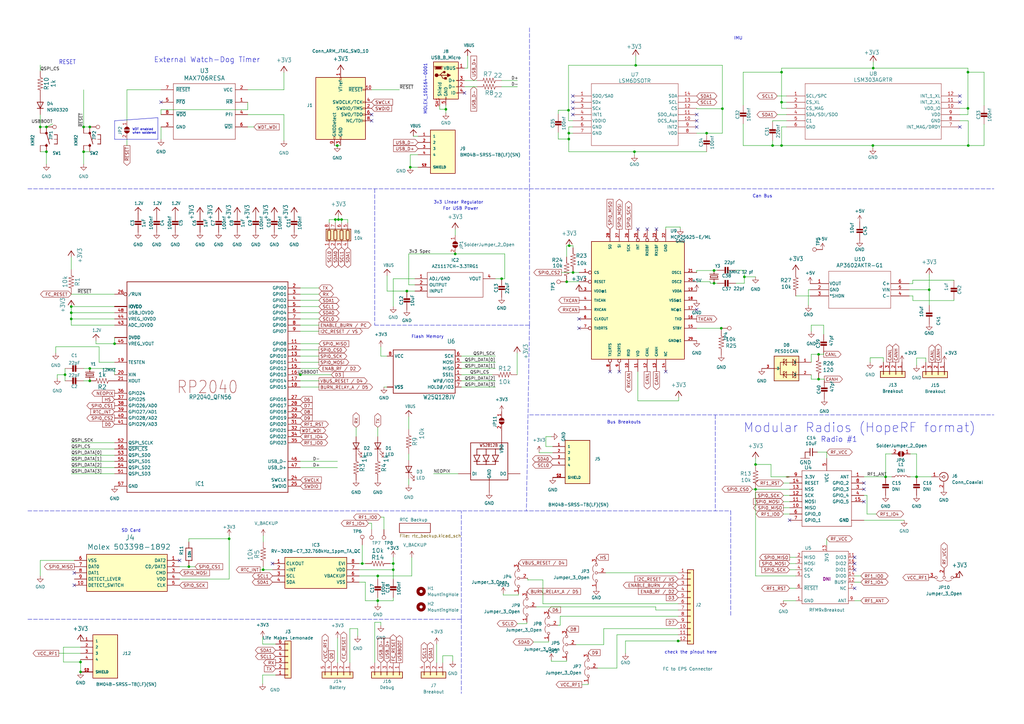
<source format=kicad_sch>
(kicad_sch (version 20231120) (generator "eeschema") (generator_version "8.0")
  (paper "A3")
  (junction (at 260.731 26.797))
  (junction (at 154.94 246.38))
  (junction (at 161.29 231.14))
  (junction (at 233.299 54.61))
  (junction (at 16.51 52.07))
  (junction (at 232.41 115.57))
  (junction (at 278.13 262.89))
  (junction (at 335.7372 145.3388))
  (junction (at 148.59 231.14))
  (junction (at 123.19 153.67))
  (junction (at 358.013 59.69))
  (junction (at 19.05 62.23))
  (junction (at 33.02 271.526))
  (junction (at 375.92 195.58))
  (junction (at 397.002 44.45))
  (junction (at 320.548 29.591))
  (junction (at 33.0454 275.59))
  (junction (at 309.88 190.5))
  (junction (at 36.83 52.07))
  (junction (at 36.83 156.21))
  (junction (at 233.299 57.023))
  (junction (at 137.541 90.043))
  (junction (at 154.94 236.22))
  (junction (at 381.1016 118.8466))
  (junction (at 46.99 140.97))
  (junction (at 316.865 59.69))
  (junction (at 34.29 62.23))
  (junction (at 205.74 114.3))
  (junction (at 292.862 116.1796))
  (junction (at 29.21 130.81))
  (junction (at 161.29 233.68))
  (junction (at 397.129 59.69))
  (junction (at 292.862 110.9472))
  (junction (at 295.8338 134.62))
  (junction (at 93.98 220.98))
  (junction (at 77.47 232.41))
  (junction (at 166.878 119.38))
  (junction (at 29.21 125.73))
  (junction (at 34.29 52.07))
  (junction (at 305.308 113.5634))
  (junction (at 358.14 27.94))
  (junction (at 138.811 90.043))
  (junction (at 320.548 59.69))
  (junction (at 309.88 200.66))
  (junction (at 233.172 45.212))
  (junction (at 36.83 151.13))
  (junction (at 182.88 44.831))
  (junction (at 289.814 54.61))
  (junction (at 26.67 153.67))
  (junction (at 138.3284 59.69))
  (junction (at 19.05 52.07))
  (junction (at 397.002 29.591))
  (junction (at 235.0262 111.76))
  (junction (at 296.291 44.577))
  (junction (at 320.548 41.91))
  (junction (at 186.69 104.14))
  (junction (at 107.95 233.68))
  (junction (at 140.081 90.043))
  (junction (at 335.7372 155.4988))
  (junction (at 168.275 68.58))
  (junction (at 233.4514 100.7618))
  (junction (at 363.22 195.58))
  (junction (at 260.223 62.23))
  (junction (at 29.21 128.27))
  (no_connect (at 237.49 134.62))
  (no_connect (at 354.33 200.66))
  (no_connect (at 350.52 228.6))
  (no_connect (at 265.43 93.98))
  (no_connect (at 66.04 41.91))
  (no_connect (at 234.95 41.91))
  (no_connect (at 152.4 49.53))
  (no_connect (at 350.52 231.14))
  (no_connect (at 111.76 231.14))
  (no_connect (at 323.85 213.36))
  (no_connect (at 273.05 152.4))
  (no_connect (at 250.19 152.4))
  (no_connect (at 350.52 241.3))
  (no_connect (at 354.33 205.74))
  (no_connect (at 354.33 198.12))
  (no_connect (at 30.48 240.03))
  (no_connect (at 254 152.4))
  (no_connect (at 237.49 130.81))
  (no_connect (at 152.4 46.99))
  (no_connect (at 190.5 38.1))
  (no_connect (at 285.75 52.07))
  (no_connect (at 73.66 229.87))
  (no_connect (at 393.7 52.07))
  (no_connect (at 350.52 233.68))
  (no_connect (at 234.95 46.99))
  (no_connect (at 285.75 127))
  (no_connect (at 393.7 39.37))
  (no_connect (at 30.48 234.95))
  (no_connect (at 269.24 93.98))
  (no_connect (at 234.95 44.45))
  (no_connect (at 285.75 49.53))
  (no_connect (at 261.62 93.98))
  (no_connect (at 393.7 41.91))
  (no_connect (at 285.75 46.99))
  (no_connect (at 234.95 39.37))
  (wire (pts (xy 205.74 33.02) (xy 212.217 33.02)))
  (wire (pts (xy 203.2 148.59) (xy 189.23 148.59)))
  (polyline (pts (xy 217.17 77.47) (xy 407.67 77.47)) (stroke (width 0) (type dash)))
  (wire (pts (xy 77.47 220.98) (xy 77.47 222.25)))
  (wire (pts (xy 397.002 27.94) (xy 397.002 29.591)))
  (wire (pts (xy 316.865 57.658) (xy 316.865 59.69)))
  (wire (pts (xy 107.95 233.68) (xy 111.76 233.68)))
  (wire (pts (xy 326.39 241.3) (xy 323.85 241.3)))
  (wire (pts (xy 403.606 43.307) (xy 403.606 29.591)))
  (wire (pts (xy 221.107 185.674) (xy 226.695 185.674)))
  (wire (pts (xy 323.85 205.74) (xy 321.31 205.74)))
  (wire (pts (xy 77.47 232.41) (xy 73.66 232.41)))
  (wire (pts (xy 316.865 49.53) (xy 322.58 49.53)))
  (wire (pts (xy 167.64 104.14) (xy 186.69 104.14)))
  (wire (pts (xy 154.94 175.26) (xy 154.94 179.07)))
  (wire (pts (xy 180.34 44.831) (xy 182.88 44.831)))
  (wire (pts (xy 151.13 214.63) (xy 152.4 214.63)))
  (wire (pts (xy 260.731 22.987) (xy 260.731 26.797)))
  (wire (pts (xy 223.901 183.134) (xy 223.901 179.07)))
  (wire (pts (xy 321.31 210.82) (xy 323.85 210.82)))
  (wire (pts (xy 160.02 231.14) (xy 161.29 231.14)))
  (wire (pts (xy 179.07 264.16) (xy 179.07 271.78)))
  (wire (pts (xy 29.21 194.31) (xy 46.99 194.31)))
  (wire (pts (xy 393.7 49.53) (xy 397.129 49.53)))
  (wire (pts (xy 379.73 146.8374) (xy 379.73 148.59)))
  (wire (pts (xy 207.01 114.3) (xy 205.74 114.3)))
  (wire (pts (xy 148.59 223.52) (xy 148.59 231.14)))
  (wire (pts (xy 292.862 110.9472) (xy 285.7246 110.9472)))
  (wire (pts (xy 337.82 133.35) (xy 332.74 133.35)))
  (wire (pts (xy 228.981 45.212) (xy 233.172 45.212)))
  (wire (pts (xy 373.38 186.182) (xy 375.92 186.182)))
  (wire (pts (xy 393.7 44.45) (xy 397.002 44.45)))
  (wire (pts (xy 168.91 236.22) (xy 168.91 228.6)))
  (wire (pts (xy 167.64 104.14) (xy 167.64 116.84)))
  (wire (pts (xy 256.54 262.89) (xy 256.54 267.97)))
  (wire (pts (xy 304.8 50.8) (xy 304.8 59.69)))
  (wire (pts (xy 226.1362 271.2466) (xy 232.3846 271.2466)))
  (wire (pts (xy 148.59 231.14) (xy 149.86 231.14)))
  (wire (pts (xy 29.21 189.23) (xy 46.99 189.23)))
  (wire (pts (xy 358.013 59.69) (xy 358.013 60.706)))
  (wire (pts (xy 226.695 183.134) (xy 223.901 183.134)))
  (wire (pts (xy 397.002 27.94) (xy 358.14 27.94)))
  (wire (pts (xy 154.94 236.22) (xy 154.94 237.49)))
  (wire (pts (xy 337.82 137.16) (xy 337.82 133.35)))
  (wire (pts (xy 39.37 140.97) (xy 46.99 140.97)))
  (wire (pts (xy 247.5992 257.81) (xy 278.13 257.81)))
  (wire (pts (xy 233.172 26.797) (xy 260.731 26.797)))
  (wire (pts (xy 123.19 146.05) (xy 130.81 146.05)))
  (wire (pts (xy 206.4004 243.4844) (xy 206.4004 244.0432)))
  (wire (pts (xy 26.035 271.526) (xy 33.02 271.526)))
  (wire (pts (xy 285.75 54.61) (xy 289.814 54.61)))
  (wire (pts (xy 320.548 29.591) (xy 320.548 41.91)))
  (wire (pts (xy 158.75 119.38) (xy 166.878 119.38)))
  (wire (pts (xy 33.02 265.43) (xy 26.035 265.43)))
  (polyline (pts (xy 217.17 11.43) (xy 217.17 77.47)) (stroke (width 0) (type dash)))
  (wire (pts (xy 123.19 128.27) (xy 130.81 128.27)))
  (wire (pts (xy 316.865 50.038) (xy 316.865 49.53)))
  (wire (pts (xy 222.6818 237.8456) (xy 222.6818 247.65)))
  (wire (pts (xy 34.29 36.83) (xy 34.29 52.07)))
  (wire (pts (xy 372.9228 118.8466) (xy 381.1016 118.8466)))
  (wire (pts (xy 365.76 186.182) (xy 363.22 186.182)))
  (wire (pts (xy 381.1016 118.8466) (xy 381.1016 125.222)))
  (wire (pts (xy 187.96 194.31) (xy 177.8 194.31)))
  (wire (pts (xy 158.75 113.03) (xy 158.75 119.38)))
  (wire (pts (xy 375.92 195.58) (xy 382.016 195.58)))
  (polyline (pts (xy 153.67 133.35) (xy 217.17 133.35)) (stroke (width 0) (type dash)))
  (wire (pts (xy 216.535 237.8456) (xy 222.6818 237.8456)))
  (wire (pts (xy 182.88 44.831) (xy 182.88 43.18)))
  (wire (pts (xy 261.62 152.4) (xy 261.62 164.4142)))
  (wire (pts (xy 153.67 255.27) (xy 156.21 255.27)))
  (wire (pts (xy 304.8 43.18) (xy 304.8 29.591)))
  (wire (pts (xy 375.92 146.8374) (xy 379.73 146.8374)))
  (wire (pts (xy 309.88 200.66) (xy 309.88 236.22)))
  (wire (pts (xy 316.23 195.58) (xy 316.23 190.5)))
  (wire (pts (xy 261.62 164.4142) (xy 278.3332 164.4142)))
  (wire (pts (xy 46.99 138.43) (xy 46.99 140.97)))
  (wire (pts (xy 93.98 219.71) (xy 93.98 220.98)))
  (wire (pts (xy 320.548 27.94) (xy 320.548 29.591)))
  (wire (pts (xy 355.6 203.2) (xy 355.6 210.82)))
  (wire (pts (xy 140.081 90.043) (xy 138.811 90.043)))
  (wire (pts (xy 142.621 90.043) (xy 140.081 90.043)))
  (wire (pts (xy 66.04 36.83) (xy 52.07 36.83)))
  (wire (pts (xy 206.4004 244.0432) (xy 212.6488 244.0432)))
  (wire (pts (xy 391.2616 122.682) (xy 391.2616 123.2662)))
  (wire (pts (xy 245.0592 274.0152) (xy 253.0348 274.0152)))
  (wire (pts (xy 182.88 44.831) (xy 182.88 46.355)))
  (wire (pts (xy 123.19 143.51) (xy 130.81 143.51)))
  (wire (pts (xy 189.23 153.67) (xy 201.93 153.67)))
  (wire (pts (xy 22.86 142.24) (xy 22.86 144.78)))
  (wire (pts (xy 397.002 44.45) (xy 397.002 46.99)))
  (wire (pts (xy 16.51 62.23) (xy 19.05 62.23)))
  (wire (pts (xy 374.4214 121.3866) (xy 374.4214 123.2662)))
  (wire (pts (xy 169.545 55.88) (xy 169.545 55.753)))
  (wire (pts (xy 375.92 186.182) (xy 375.92 195.58)))
  (wire (pts (xy 279.019 93.1164) (xy 273.05 93.1164)))
  (wire (pts (xy 301.8028 116.1796) (xy 305.308 116.1796)))
  (wire (pts (xy 323.85 195.58) (xy 316.23 195.58)))
  (wire (pts (xy 403.606 29.591) (xy 397.002 29.591)))
  (wire (pts (xy 374.396 114.9096) (xy 391.2616 114.9096)))
  (wire (pts (xy 216.535 237.871) (xy 216.535 237.8456)))
  (wire (pts (xy 137.541 90.043) (xy 137.541 91.313)))
  (wire (pts (xy 212.1662 255.778) (xy 216.1032 255.778)))
  (wire (pts (xy 374.396 116.3066) (xy 374.396 114.9096)))
  (wire (pts (xy 326.3646 121.3866) (xy 332.2828 121.3866)))
  (wire (pts (xy 46.99 151.13) (xy 46.99 153.67)))
  (wire (pts (xy 339.09 220.98) (xy 339.09 223.52)))
  (wire (pts (xy 146.685 260.858) (xy 146.685 257.81)))
  (wire (pts (xy 123.19 125.73) (xy 130.81 125.73)))
  (wire (pts (xy 205.74 35.56) (xy 212.217 35.56)))
  (wire (pts (xy 232.41 115.57) (xy 237.49 115.57)))
  (wire (pts (xy 154.94 247.65) (xy 154.94 246.38)))
  (wire (pts (xy 233.299 52.07) (xy 233.299 54.61)))
  (wire (pts (xy 358.14 25.4) (xy 358.14 27.94)))
  (wire (pts (xy 253.0348 260.35) (xy 278.13 260.35)))
  (wire (pts (xy 235.0262 111.76) (xy 237.49 111.76)))
  (wire (pts (xy 107.696 264.16) (xy 113.03 264.16)))
  (wire (pts (xy 135.001 90.043) (xy 135.001 91.313)))
  (wire (pts (xy 320.548 27.94) (xy 358.14 27.94)))
  (wire (pts (xy 292.862 110.8202) (xy 292.862 110.9472)))
  (wire (pts (xy 305.308 110.8202) (xy 305.308 113.5634)))
  (wire (pts (xy 304.8 59.69) (xy 316.865 59.69)))
  (wire (pts (xy 147.32 231.14) (xy 148.59 231.14)))
  (wire (pts (xy 149.86 246.38) (xy 149.86 238.76)))
  (wire (pts (xy 309.88 200.66) (xy 323.85 200.66)))
  (wire (pts (xy 268.986 248.92) (xy 268.986 250.19)))
  (wire (pts (xy 335.7372 155.4988) (xy 332.74 155.4988)))
  (wire (pts (xy 66.04 52.07) (xy 66.04 57.15)))
  (wire (pts (xy 203.2 158.75) (xy 189.23 158.75)))
  (wire (pts (xy 372.9228 121.3866) (xy 374.4214 121.3866)))
  (polyline (pts (xy 46.99 49.53) (xy 64.77 48.26)))
  (wire (pts (xy 116.459 46.99) (xy 116.459 57.658)))
  (wire (pts (xy 323.85 203.2) (xy 321.31 203.2)))
  (wire (pts (xy 233.299 54.61) (xy 234.95 54.61)))
  (wire (pts (xy 285.7246 111.76) (xy 285.75 111.76)))
  (wire (pts (xy 130.81 120.65) (xy 123.19 120.65)))
  (wire (pts (xy 107.95 232.41) (xy 107.95 233.68)))
  (wire (pts (xy 33.0454 271.526) (xy 33.0454 275.59)))
  (wire (pts (xy 167.64 186.182) (xy 167.64 188.722)))
  (polyline (pts (xy 46.99 57.15) (xy 46.99 49.53)))
  (wire (pts (xy 29.21 133.35) (xy 29.21 130.81)))
  (wire (pts (xy 156.21 142.24) (xy 156.21 146.05)))
  (wire (pts (xy 116.459 36.83) (xy 116.459 29.718)))
  (wire (pts (xy 185.674 268.986) (xy 185.674 271.145)))
  (wire (pts (xy 181.61 271.78) (xy 181.61 268.986)))
  (wire (pts (xy 46.99 128.27) (xy 29.21 128.27)))
  (wire (pts (xy 29.21 191.77) (xy 46.99 191.77)))
  (wire (pts (xy 397.129 49.53) (xy 397.129 59.69)))
  (wire (pts (xy 285.75 44.577) (xy 285.75 44.45)))
  (wire (pts (xy 123.19 140.97) (xy 130.81 140.97)))
  (wire (pts (xy 121.92 153.67) (xy 123.19 153.67)))
  (wire (pts (xy 335.7372 145.3388) (xy 332.74 145.3388)))
  (wire (pts (xy 161.29 233.68) (xy 161.29 231.14)))
  (wire (pts (xy 29.21 105.41) (xy 29.21 110.49)))
  (wire (pts (xy 167.64 196.342) (xy 167.64 198.882)))
  (wire (pts (xy 101.6 52.07) (xy 104.14 52.07)))
  (wire (pts (xy 147.32 236.22) (xy 154.94 236.22)))
  (wire (pts (xy 152.4 36.83) (xy 163.83 36.83)))
  (wire (pts (xy 223.901 179.07) (xy 226.06 179.07)))
  (wire (pts (xy 156.21 255.27) (xy 156.21 256.54)))
  (polyline (pts (xy 217.17 133.35) (xy 217.17 77.47)) (stroke (width 0) (type dash)))
  (wire (pts (xy 278.13 247.65) (xy 222.6818 247.65)))
  (wire (pts (xy 232.41 115.57) (xy 232.3846 115.57)))
  (wire (pts (xy 46.99 148.59) (xy 40.64 148.59)))
  (wire (pts (xy 40.64 148.59) (xy 40.64 142.24)))
  (wire (pts (xy 181.61 268.986) (xy 185.674 268.986)))
  (polyline (pts (xy 11.43 209.55) (xy 217.17 209.55)) (stroke (width 0) (type dash)))
  (wire (pts (xy 16.51 29.21) (xy 16.51 26.67)))
  (wire (pts (xy 294.1828 110.8202) (xy 292.862 110.8202)))
  (wire (pts (xy 19.05 52.07) (xy 16.51 52.07)))
  (wire (pts (xy 363.22 186.182) (xy 363.22 195.58)))
  (wire (pts (xy 36.83 151.13) (xy 34.29 151.13)))
  (wire (pts (xy 130.556 151.13) (xy 123.19 151.13)))
  (wire (pts (xy 40.64 142.24) (xy 22.86 142.24)))
  (wire (pts (xy 273.05 93.1164) (xy 273.05 93.98)))
  (wire (pts (xy 212.09 144.78) (xy 212.09 153.67)))
  (wire (pts (xy 230.3018 111.76) (xy 235.0262 111.76)))
  (wire (pts (xy 391.2616 114.9096) (xy 391.2616 115.062)))
  (wire (pts (xy 224.9932 263.3218) (xy 224.9932 262.8138)))
  (wire (pts (xy 268.986 250.19) (xy 278.13 250.19)))
  (wire (pts (xy 339.09 185.42) (xy 335.28 185.42)))
  (wire (pts (xy 226.1362 270.6878) (xy 226.1362 271.2466)))
  (wire (pts (xy 149.86 238.76) (xy 147.32 238.76)))
  (wire (pts (xy 233.299 54.61) (xy 233.299 57.023)))
  (wire (pts (xy 285.75 44.577) (xy 296.291 44.577)))
  (wire (pts (xy 207.01 104.14) (xy 207.01 114.3)))
  (polyline (pts (xy 11.43 77.47) (xy 217.17 77.47)) (stroke (width 0) (type dash)))
  (wire (pts (xy 24.13 267.97) (xy 33.02 267.97)))
  (wire (pts (xy 116.459 36.83) (xy 101.6 36.83)))
  (polyline (pts (xy 189.23 254) (xy 189.23 209.55)) (stroke (width 0) (type dash)))
  (wire (pts (xy 137.16 59.69) (xy 138.3284 59.69)))
  (wire (pts (xy 228.981 57.023) (xy 233.299 57.023)))
  (wire (pts (xy 292.862 116.0272) (xy 292.862 116.1796)))
  (wire (pts (xy 301.8028 110.8202) (xy 305.308 110.8202)))
  (wire (pts (xy 123.19 130.81) (xy 130.81 130.81)))
  (polyline (pts (xy 293.37 170.18) (xy 293.37 209.55)) (stroke (width 0) (type dash)))
  (wire (pts (xy 296.291 54.61) (xy 296.291 44.577)))
  (wire (pts (xy 219.9132 248.92) (xy 268.986 248.92)))
  (wire (pts (xy 331.5716 125.222) (xy 331.5716 118.8466)))
  (wire (pts (xy 304.8 29.591) (xy 320.548 29.591)))
  (polyline (pts (xy 153.67 77.47) (xy 153.67 133.35)) (stroke (width 0) (type dash)))
  (wire (pts (xy 123.19 123.19) (xy 130.81 123.19)))
  (wire (pts (xy 186.69 104.14) (xy 207.01 104.14)))
  (wire (pts (xy 218.7448 263.3218) (xy 224.9932 263.3218)))
  (wire (pts (xy 337.82 144.78) (xy 337.82 145.3388)))
  (wire (pts (xy 29.21 130.81) (xy 29.21 128.27)))
  (wire (pts (xy 233.299 62.23) (xy 260.223 62.23)))
  (wire (pts (xy 397.129 59.69) (xy 358.013 59.69)))
  (wire (pts (xy 168.275 63.5) (xy 168.275 68.58)))
  (wire (pts (xy 233.172 49.53) (xy 233.172 45.212)))
  (wire (pts (xy 260.223 62.23) (xy 260.223 63.627)))
  (polyline (pts (xy 299.72 209.55) (xy 299.72 252.73)) (stroke (width 0) (type dash)))
  (wire (pts (xy 318.77 39.37) (xy 322.58 39.37)))
  (wire (pts (xy 236.1946 264.3886) (xy 247.5992 264.3886)))
  (wire (pts (xy 229.743 256.4638) (xy 229.743 252.73)))
  (polyline (pts (xy 217.17 170.18) (xy 407.67 170.18)) (stroke (width 0) (type dash)))
  (wire (pts (xy 167.64 116.84) (xy 170.18 116.84)))
  (wire (pts (xy 123.19 133.35) (xy 130.81 133.35)))
  (wire (pts (xy 123.19 156.21) (xy 130.81 156.21)))
  (wire (pts (xy 241.2492 280.7462) (xy 241.2492 280.3652)))
  (wire (pts (xy 332.74 133.35) (xy 332.74 135.89)))
  (wire (pts (xy 397.002 44.45) (xy 397.002 29.591)))
  (wire (pts (xy 216.4588 237.871) (xy 216.4588 237.1852)))
  (wire (pts (xy 161.29 125.73) (xy 161.29 114.3)))
  (wire (pts (xy 146.685 257.81) (xy 143.51 257.81)))
  (wire (pts (xy 123.19 153.67) (xy 135.89 153.67)))
  (wire (pts (xy 212.6488 244.0432) (xy 212.6488 243.5352)))
  (wire (pts (xy 30.48 229.87) (xy 16.51 229.87)))
  (wire (pts (xy 381.1016 112.522) (xy 381.1016 118.8466)))
  (wire (pts (xy 73.66 237.49) (xy 93.98 237.49)))
  (wire (pts (xy 190.5 27.94) (xy 191.77 27.94)))
  (wire (pts (xy 354.33 213.36) (xy 370.84 213.36)))
  (wire (pts (xy 36.83 62.23) (xy 34.29 62.23)))
  (wire (pts (xy 247.5992 264.3886) (xy 247.5992 257.81)))
  (wire (pts (xy 285.75 115.57) (xy 291.2872 115.57)))
  (wire (pts (xy 232.3846 105.41) (xy 232.3846 100.7618)))
  (wire (pts (xy 156.21 212.09) (xy 157.48 212.09)))
  (wire (pts (xy 374.4214 123.2662) (xy 391.2616 123.2662)))
  (wire (pts (xy 189.23 156.21) (xy 203.2 156.21)))
  (wire (pts (xy 285.75 134.62) (xy 295.8338 134.62)))
  (wire (pts (xy 52.07 57.15) (xy 52.07 59.69)))
  (wire (pts (xy 353.06 246.38) (xy 350.52 246.38)))
  (wire (pts (xy 157.48 212.09) (xy 157.48 217.17)))
  (wire (pts (xy 321.31 246.38) (xy 326.39 246.38)))
  (wire (pts (xy 403.606 50.927) (xy 403.606 59.69)))
  (wire (pts (xy 33.02 262.89) (xy 33.0454 262.89)))
  (wire (pts (xy 305.308 113.5634) (xy 305.308 116.1796)))
  (wire (pts (xy 296.291 44.577) (xy 296.291 26.797)))
  (wire (pts (xy 294.1828 116.1796) (xy 292.862 116.1796)))
  (wire (pts (xy 354.33 195.58) (xy 363.22 195.58)))
  (wire (pts (xy 289.814 62.23) (xy 260.223 62.23)))
  (wire (pts (xy 186.69 93.98) (xy 186.69 96.52)))
  (wire (pts (xy 26.035 265.43) (xy 26.035 271.526)))
  (wire (pts (xy 228.981 54.356) (xy 228.981 57.023)))
  (wire (pts (xy 154.94 236.22) (xy 168.91 236.22)))
  (wire (pts (xy 323.85 208.28) (xy 321.31 208.28)))
  (wire (pts (xy 33.02 270.51) (xy 33.02 271.526)))
  (wire (pts (xy 234.95 52.07) (xy 233.299 52.07)))
  (wire (pts (xy 189.23 146.05) (xy 203.2 146.05)))
  (wire (pts (xy 138.43 261.62) (xy 138.43 271.78)))
  (wire (pts (xy 29.21 128.27) (xy 29.21 125.73)))
  (wire (pts (xy 234.95 49.53) (xy 233.172 49.53)))
  (wire (pts (xy 322.58 52.07) (xy 320.548 52.07)))
  (wire (pts (xy 123.19 158.75) (xy 130.81 158.75)))
  (polyline (pts (xy 64.77 57.15) (xy 46.99 57.15)))
  (polyline (pts (xy 64.77 48.26) (xy 64.77 57.15)))
  (wire (pts (xy 322.58 44.45) (xy 320.548 44.45)))
  (wire (pts (xy 16.51 229.87) (xy 16.51 236.22)))
  (wire (pts (xy 106.68 233.68) (xy 107.95 233.68)))
  (wire (pts (xy 372.9228 116.3066) (xy 374.396 116.3066)))
  (wire (pts (xy 233.299 57.023) (xy 233.299 62.23)))
  (wire (pts (xy 34.29 52.07) (xy 36.83 52.07)))
  (wire (pts (xy 353.06 238.76) (xy 350.52 238.76)))
  (wire (pts (xy 316.23 190.5) (xy 309.88 190.5)))
  (wire (pts (xy 46.99 184.15) (xy 29.21 184.15)))
  (wire (pts (xy 326.39 228.6) (xy 323.85 228.6)))
  (wire (pts (xy 221.107 185.547) (xy 221.107 185.674)))
  (wire (pts (xy 46.99 125.73) (xy 29.21 125.73)))
  (polyline (pts (xy 189.23 254) (xy 189.23 284.48)) (stroke (width 0) (type dash)))
  (wire (pts (xy 320.548 59.69) (xy 358.013 59.69)))
  (polyline (pts (xy 11.43 254) (xy 189.23 254)) (stroke (width 0) (type dash)))
  (wire (pts (xy 332.74 148.59) (xy 332.74 145.3388)))
  (wire (pts (xy 46.99 133.35) (xy 29.21 133.35)))
  (wire (pts (xy 233.172 45.212) (xy 233.172 26.797)))
  (wire (pts (xy 320.548 52.07) (xy 320.548 59.69)))
  (wire (pts (xy 101.6 46.99) (xy 116.459 46.99)))
  (wire (pts (xy 228.981 46.736) (xy 228.981 45.212)))
  (wire (pts (xy 46.99 181.61) (xy 29.21 181.61)))
  (wire (pts (xy 123.19 118.11) (xy 130.81 118.11)))
  (wire (pts (xy 142.621 91.313) (xy 142.621 90.043)))
  (wire (pts (xy 238.6584 280.7462) (xy 241.2492 280.7462)))
  (wire (pts (xy 260.731 26.797) (xy 296.291 26.797)))
  (wire (pts (xy 93.98 220.98) (xy 93.98 237.49)))
  (wire (pts (xy 171.45 55.88) (xy 169.545 55.88)))
  (wire (pts (xy 337.82 145.3388) (xy 335.7372 145.3388)))
  (wire (pts (xy 46.99 130.81) (xy 29.21 130.81)))
  (wire (pts (xy 166.878 119.38) (xy 170.18 119.38)))
  (wire (pts (xy 154.94 245.11) (xy 154.94 246.38)))
  (wire (pts (xy 180.34 44.831) (xy 180.34 43.18)))
  (wire (pts (xy 101.6 44.958) (xy 101.6 41.91)))
  (wire (pts (xy 373.38 195.58) (xy 375.92 195.58)))
  (wire (pts (xy 338.0994 155.9814) (xy 338.0994 155.4988)))
  (wire (pts (xy 138.811 88.773) (xy 138.811 90.043)))
  (wire (pts (xy 353.06 236.22) (xy 350.52 236.22)))
  (wire (pts (xy 66.04 44.958) (xy 101.6 44.958)))
  (wire (pts (xy 161.29 245.11) (xy 161.29 246.38)))
  (wire (pts (xy 107.696 276.86) (xy 107.696 280.416)))
  (wire (pts (xy 362.331 146.7358) (xy 362.331 148.4884)))
  (wire (pts (xy 191.77 27.94) (xy 191.77 22.86)))
  (wire (pts (xy 16.51 46.99) (xy 16.51 52.07)))
  (wire (pts (xy 393.7 46.99) (xy 397.002 46.99)))
  (polyline (pts (xy 217.17 209.55) (xy 299.72 209.55)) (stroke (width 0) (type dash)))
  (wire (pts (xy 93.98 220.98) (xy 77.47 220.98)))
  (wire (pts (xy 289.814 54.61) (xy 296.291 54.61)))
  (wire (pts (xy 190.5 33.02) (xy 195.58 33.02)))
  (wire (pts (xy 355.6 210.82) (xy 359.41 210.82)))
  (wire (pts (xy 285.7246 110.9472) (xy 285.7246 111.76)))
  (wire (pts (xy 34.29 156.21) (xy 36.83 156.21)))
  (wire (pts (xy 189.23 151.13) (xy 203.2 151.13)))
  (wire (pts (xy 107.696 261.366) (xy 107.696 264.16)))
  (wire (pts (xy 161.29 233.68) (xy 161.29 237.49)))
  (wire (pts (xy 168.275 68.58) (xy 171.45 68.58)))
  (wire (pts (xy 309.88 236.22) (xy 326.39 236.22)))
  (wire (pts (xy 33.02 271.526) (xy 33.0454 271.526)))
  (wire (pts (xy 19.05 62.23) (xy 19.05 67.31)))
  (wire (pts (xy 323.85 198.12) (xy 321.31 198.12)))
  (wire (pts (xy 229.743 252.73) (xy 278.13 252.73)))
  (wire (pts (xy 253.0348 274.0152) (xy 253.0348 260.35)))
  (wire (pts (xy 46.99 120.65) (xy 29.21 120.65)))
  (wire (pts (xy 375.92 146.8374) (xy 375.92 149.86)))
  (wire (pts (xy 320.548 41.91) (xy 320.548 44.45)))
  (wire (pts (xy 279.146 262.89) (xy 278.13 262.89)))
  (wire (pts (xy 149.86 246.38) (xy 154.94 246.38)))
  (wire (pts (xy 256.54 262.89) (xy 278.13 262.89)))
  (wire (pts (xy 278.13 234.95) (xy 248.3866 234.95)))
  (wire (pts (xy 232.3846 271.2466) (xy 232.3846 270.7386)))
  (wire (pts (xy 137.541 90.043) (xy 135.001 90.043)))
  (wire (pts (xy 147.32 233.68) (xy 161.29 233.68)))
  (wire (pts (xy 308.61 200.66) (xy 309.88 200.66)))
  (wire (pts (xy 26.67 153.67) (xy 26.67 156.21)))
  (wire (pts (xy 326.39 231.14) (xy 323.85 231.14)))
  (wire (pts (xy 339.09 185.42) (xy 339.09 187.96)))
  (wire (pts (xy 403.606 59.69) (xy 397.129 59.69)))
  (wire (pts (xy 295.8338 134.62) (xy 295.8338 135.382)))
  (wire (pts (xy 29.21 186.69) (xy 46.99 186.69)))
  (wire (pts (xy 123.19 189.23) (xy 138.43 189.23)))
  (wire (pts (xy 291.2872 115.57) (xy 291.2872 116.1796)))
  (wire (pts (xy 80.01 232.41) (xy 77.47 232.41)))
  (wire (pts (xy 356.87 146.7358) (xy 362.331 146.7358)))
  (wire (pts (xy 23.495 153.67) (xy 26.67 153.67)))
  (wire (pts (xy 216.4588 237.871) (xy 216.535 237.871)))
  (wire (pts (xy 161.29 246.38) (xy 154.94 246.38)))
  (wire (pts (xy 113.03 276.86) (xy 107.696 276.86)))
  (wire (pts (xy 158.75 158.75) (xy 157.48 158.75)))
  (wire (pts (xy 161.29 231.14) (xy 161.29 228.6)))
  (wire (pts (xy 316.865 59.69) (xy 320.548 59.69)))
  (wire (pts (xy 138.3284 59.69) (xy 139.7 59.69)))
  (wire (pts (xy 152.4 214.63) (xy 152.4 217.17)))
  (wire (pts (xy 338.0994 155.4988) (xy 335.7372 155.4988)))
  (wire (pts (xy 279.019 93.8022) (xy 279.019 93.1164)))
  (wire (pts (xy 123.19 148.59) (xy 130.81 148.59)))
  (wire (pts (xy 66.04 46.99) (xy 66.04 44.958)))
  (wire (pts (xy 305.308 113.5634) (xy 309.88 113.5634)))
  (wire (pts (xy 190.5 35.56) (xy 195.58 35.56)))
  (polyline (pts (xy 217.17 133.35) (xy 215.9 209.55)) (stroke (width 0) (type dash)))
  (wire (pts (xy 331.5716 118.8466) (xy 332.2828 118.8466)))
  (wire (pts (xy 26.67 151.13) (xy 26.67 153.67)))
  (wire (pts (xy 23.495 155.194) (xy 23.495 153.67)))
  (wire (pts (xy 332.74 153.67) (xy 332.74 155.4988)))
  (wire (pts (xy 158.75 146.05) (xy 156.21 146.05)))
  (wire (pts (xy 161.29 114.3) (xy 170.18 114.3)))
  (wire (pts (xy 322.58 41.91) (xy 320.548 41.91)))
  (wire (pts (xy 326.39 233.68) (xy 323.85 233.68)))
  (wire (pts (xy 21.59 50.8) (xy 19.05 52.07)))
  (wire (pts (xy 205.74 114.3) (xy 203.2 114.3)))
  (wire (pts (xy 167.64 176.022) (xy 167.64 170.942)))
  (wire (pts (xy 233.4514 100.7618) (xy 235.0262 100.7618)))
  (wire (pts (xy 232.3846 100.7618) (xy 233.4514 100.7618)))
  (wire (pts (xy 52.07 36.83) (xy 52.07 49.53)))
  (wire (pts (xy 123.19 135.89) (xy 130.81 135.89)))
  (wire (pts (xy 216.1032 255.27) (xy 216.1032 255.778)))
  (wire (pts (xy 171.45 63.5) (xy 168.275 63.5)))
  (wire (pts (xy 235.0262 100.7618) (xy 235.0262 101.6)))
  (wire (pts (xy 34.29 67.31) (xy 34.29 62.23)))
  (wire (pts (xy 39.37 140.97) (xy 39.37 139.7)))
  (wire (pts (xy 140.081 91.313) (xy 140.081 90.043)))
  (wire (pts (xy 278.3332 164.4142) (xy 278.3332 162.941)))
  (wire (pts (xy 143.51 257.81) (xy 143.51 271.78)))
  (wire (pts (xy 309.88 190.5) (xy 309.88 187.96)))
  (wire (pts (xy 123.19 191.77) (xy 138.43 191.77)))
  (wire (pts (xy 107.95 219.71) (xy 107.95 222.25)))
  (wire (pts (xy 354.33 203.2) (xy 355.6 203.2)))
  (wire (pts (xy 318.77 46.99) (xy 322.58 46.99)))
  (wire (pts (xy 33.02 275.59) (xy 33.0454 275.59)))
  (wire (pts (xy 36.83 151.13) (xy 46.99 151.13)))
  (wire (pts (xy 291.2872 116.1796) (xy 292.862 116.1796)))
  (wire (pts (xy 228.8032 256.4638) (xy 229.743 256.4638)))
  (wire (pts (xy 146.05 175.26) (xy 146.05 179.07)))
  (wire (pts (xy 138.811 90.043) (xy 137.541 90.043)))
  (wire (pts (xy 363.22 195.58) (xy 365.76 195.58)))
  (wire (pts (xy 356.87 146.7358) (xy 356.87 148.59)))
  (wire (pts (xy 153.67 271.78) (xy 153.67 255.27)))
  (text "Bus Breakouts" (at 248.92 173.99 0) (effects (font (size 1.27 1.27)) (justify left bottom)))
  (text "3v3 Linear Regulator" (at 177.8 83.82 0) (effects (font (size 1.27 1.27)) (justify left bottom)))
  (text "Can Bus" (at 308.61 81.28 0) (effects (font (size 1.27 1.27)) (justify left bottom)))
  (text "Radio #1" (at 336.55 181.61 0) (effects (font (size 2.159 2.159)) (justify left bottom)))
  (text "Modular Radios (HopeRF format)" (at 304.8 177.8 0) (effects (font (size 3.81 3.81)) (justify left bottom)))
  (text "For USB Power\n" (at 181.61 86.36 0) (effects (font (size 1.27 1.27)) (justify left bottom)))
  (text "MOLEX_105164-0001" (at 175.26 46.99 90) (effects (font (size 1.27 1.27)) (justify left bottom)))
  (text "check the pinout here\n" (at 272.542 268.351 0) (effects (font (size 1.27 1.27)) (justify left bottom)))
  (text "RESET" (at 24.13 26.67 0) (effects (font (size 1.778 1.5113)) (justify left bottom)))
  (text "IMU\n" (at 300.99 16.51 0) (effects (font (size 1.27 1.27)) (justify left bottom)))
  (text "Flash Memory" (at 168.656 138.938 0) (effects (font (size 1.27 1.27)) (justify left bottom)))
  (text "WDT enabled\nwhen soldered" (at 54.229 55.118 0) (effects (font (size 0.889 0.889)) (justify left bottom)))
  (text "External Watch-Dog Timer" (at 63.119 25.908 0) (effects (font (size 2.159 2.159)) (justify left bottom)))
  (text "SD Card" (at 49.784 218.44 0) (effects (font (size 1.27 1.27)) (justify left bottom)))
  (label "QSPI_DATA[3]" (at 203.2 158.75 180) (effects (font (size 1.2446 1.2446))))
  (label "D+" (at 209.677 33.02 0) (effects (font (size 1.2446 1.2446))))
  (label "QSPI_DATA[3]" (at 29.21 194.31 0) (effects (font (size 1.2446 1.2446))))
  (label "QSPI_CS" (at 16.51 29.21 0) (effects (font (size 1.2446 1.2446))))
  (label "D-" (at 209.677 35.56 0) (effects (font (size 1.2446 1.2446))))
  (label "QSPI_DATA[2]" (at 29.21 191.77 0) (effects (font (size 1.2446 1.2446))))
  (label "QSPI_CS" (at 200.66 153.67 180) (effects (font (size 1.2446 1.2446))))
  (label "QSPI_DATA[0]" (at 29.21 186.69 0) (effects (font (size 1.2446 1.2446))))
  (label "QSPI_DATA[2]" (at 203.2 156.21 180) (effects (font (size 1.2446 1.2446))))
  (label "QSPI_DATA[1]" (at 29.21 189.23 0) (effects (font (size 1.2446 1.2446))))
  (label "NEOPIX" (at 177.8 194.31 0) (effects (font (size 1.2446 1.2446))))
  (label "3v3 Spec" (at 167.64 104.14 0))
  (label "QSPI_DATA[0]" (at 203.2 148.59 180) (effects (font (size 1.2446 1.2446))))
  (label "D-" (at 128.27 189.23 0) (effects (font (size 1.2446 1.2446))))
  (label "~{RESET}" (at 34.29 52.07 90) (effects (font (size 1.2446 1.2446))))
  (label "~{RESET}" (at 163.83 36.83 0) (effects (font (size 1.2446 1.2446))))
  (label "RF1_ANT" (at 355.6 195.58 0))
  (label "USBBOOT" (at 121.92 153.67 0) (effects (font (size 1.2446 1.2446))))
  (label "QSPI_SCK" (at 29.21 181.61 0) (effects (font (size 1.2446 1.2446))))
  (label "QSPI_DATA[1]" (at 203.2 151.13 180) (effects (font (size 1.2446 1.2446))))
  (label "QSPI_CS" (at 29.21 184.15 0) (effects (font (size 1.2446 1.2446))))
  (label "D+" (at 128.27 191.77 0) (effects (font (size 1.2446 1.2446))))
  (label "QSPI_SCK" (at 203.2 146.05 180) (effects (font (size 1.2446 1.2446))))
  (label "USBBOOT" (at 21.59 50.8 180) (effects (font (size 1.2446 1.2446))))
  (label "~{RESET}" (at 31.75 120.65 0) (effects (font (size 1.2446 1.2446))))
  (global_label "SDA0" (shape bidirectional) (at 226.695 188.214 180) (property "Intersheetrefs" "${INTERSHEET_REFS}" (effects (hide yes))))
  (global_label "SPI0_MISO" (shape output) (at 30.48 232.41 180) (property "Intersheetrefs" "${INTERSHEET_REFS}" (effects (hide yes))))
  (global_label "TX" (shape input) (at 113.03 274.32 180) (property "Intersheetrefs" "${INTERSHEET_REFS}" (effects (hide yes))))
  (global_label "SCL1" (shape bidirectional) (at 318.77 39.37 180) (property "Intersheetrefs" "${INTERSHEET_REFS}" (effects (hide yes))))
  (global_label "SCL0" (shape bidirectional) (at 212.1662 255.778 180) (property "Intersheetrefs" "${INTERSHEET_REFS}" (effects (hide yes))))
  (global_label "SPI0_CS0" (shape bidirectional) (at 308.61 200.66 180) (property "Intersheetrefs" "${INTERSHEET_REFS}" (effects (hide yes))))
  (global_label "SPI0_MISO" (shape input) (at 130.81 140.97 0) (property "Intersheetrefs" "${INTERSHEET_REFS}" (effects (hide yes))))
  (global_label "SDA1" (shape bidirectional) (at 130.81 123.19 0) (property "Intersheetrefs" "${INTERSHEET_REFS}" (effects (hide yes))))
  (global_label "SCL1" (shape bidirectional) (at 113.03 269.24 180) (property "Intersheetrefs" "${INTERSHEET_REFS}" (effects (hide yes))))
  (global_label "BURN_RELAY_A {slash} D5" (shape output) (at 130.81 158.75 0) (property "Intersheetrefs" "${INTERSHEET_REFS}" (effects (hide yes))))
  (global_label "RF1_IO0" (shape bidirectional) (at 353.06 236.22 0) (property "Intersheetrefs" "${INTERSHEET_REFS}" (effects (hide yes))))
  (global_label "SWDIO" (shape input) (at 152.4 44.45 0) (property "Intersheetrefs" "${INTERSHEET_REFS}" (effects (hide yes))))
  (global_label "CANH" (shape output) (at 384.81 148.59 90) (property "Intersheetrefs" "${INTERSHEET_REFS}" (effects (hide yes))))
  (global_label "CANL" (shape output) (at 364.871 148.4884 90) (property "Intersheetrefs" "${INTERSHEET_REFS}" (effects (hide yes))))
  (global_label "SPI0_MOSI" (shape input) (at 321.31 205.74 180) (property "Intersheetrefs" "${INTERSHEET_REFS}" (effects (hide yes))))
  (global_label "SPI0_CS1" (shape input) (at 80.01 232.41 0) (property "Intersheetrefs" "${INTERSHEET_REFS}" (effects (hide yes))))
  (global_label "D3" (shape input) (at 278.13 245.11 180) (property "Intersheetrefs" "${INTERSHEET_REFS}" (effects (hide yes))))
  (global_label "I2C_RESET {slash} VS" (shape output) (at 130.81 135.89 0) (property "Intersheetrefs" "${INTERSHEET_REFS}" (effects (hide yes))))
  (global_label "SCL0" (shape bidirectional) (at 130.81 130.81 0) (property "Intersheetrefs" "${INTERSHEET_REFS}" (effects (hide yes))))
  (global_label "D7" (shape input) (at 123.19 166.37 0) (property "Intersheetrefs" "${INTERSHEET_REFS}" (effects (hide yes))))
  (global_label "USB_D-" (shape input) (at 194.31 35.56 270) (property "Intersheetrefs" "${INTERSHEET_REFS}" (effects (hide yes))))
  (global_label "D3" (shape input) (at 135.89 153.67 0) (property "Intersheetrefs" "${INTERSHEET_REFS}" (effects (hide yes))))
  (global_label "SCL1" (shape bidirectional) (at 130.81 125.73 0) (property "Intersheetrefs" "${INTERSHEET_REFS}" (effects (hide yes))))
  (global_label "RF1_IO4" (shape bidirectional) (at 359.41 210.82 0) (property "Intersheetrefs" "${INTERSHEET_REFS}" (effects (hide yes))))
  (global_label "USBBOOT" (shape output) (at 163.83 271.78 90) (property "Intersheetrefs" "${INTERSHEET_REFS}" (effects (hide yes))))
  (global_label "RF1_RST" (shape bidirectional) (at 323.85 241.3 180) (property "Intersheetrefs" "${INTERSHEET_REFS}" (effects (hide yes))))
  (global_label "TX" (shape bidirectional) (at 154.94 175.26 90) (property "Intersheetrefs" "${INTERSHEET_REFS}" (effects (hide yes))))
  (global_label "SPI0_CS2" (shape output) (at 230.3018 111.76 180) (property "Intersheetrefs" "${INTERSHEET_REFS}" (effects (hide yes))))
  (global_label "CANL" (shape output) (at 265.43 152.4 270) (property "Intersheetrefs" "${INTERSHEET_REFS}" (effects (hide yes))))
  (global_label "RXCAN" (shape output) (at 257.81 152.4 270) (property "Intersheetrefs" "${INTERSHEET_REFS}" (effects (hide yes))))
  (global_label "VBUS_RESET {slash} D4" (shape output) (at 130.81 156.21 0) (property "Intersheetrefs" "${INTERSHEET_REFS}" (effects (hide yes))))
  (global_label "RF1_RST" (shape bidirectional) (at 123.19 173.99 0) (property "Intersheetrefs" "${INTERSHEET_REFS}" (effects (hide yes))))
  (global_label "TXCAN" (shape output) (at 285.75 130.81 0) (property "Intersheetrefs" "${INTERSHEET_REFS}" (effects (hide yes))))
  (global_label "RF_VCC" (shape bidirectional) (at 339.09 220.98 0) (property "Intersheetrefs" "${INTERSHEET_REFS}" (effects (hide yes))))
  (global_label "USB_D-" (shape input) (at 156.21 271.78 90) (property "Intersheetrefs" "${INTERSHEET_REFS}" (effects (hide yes))))
  (global_label "HS" (shape input) (at 46.99 163.83 180) (property "Intersheetrefs" "${INTERSHEET_REFS}" (effects (hide yes))))
  (global_label "SPI0_MISO" (shape output) (at 321.31 208.28 180) (property "Intersheetrefs" "${INTERSHEET_REFS}" (effects (hide yes))))
  (global_label "SPI0_MOSI" (shape output) (at 130.81 148.59 0) (property "Intersheetrefs" "${INTERSHEET_REFS}" (effects (hide yes))))
  (global_label "D9" (shape input) (at 123.19 171.45 0) (property "Intersheetrefs" "${INTERSHEET_REFS}" (effects (hide yes))))
  (global_label "RF1_IO0" (shape bidirectional) (at 321.31 210.82 180) (property "Intersheetrefs" "${INTERSHEET_REFS}" (effects (hide yes))))
  (global_label "USB_D+" (shape input) (at 194.31 33.02 90) (property "Intersheetrefs" "${INTERSHEET_REFS}" (effects (hide yes))))
  (global_label "SCL1" (shape bidirectional) (at 140.081 101.473 270) (property "Intersheetrefs" "${INTERSHEET_REFS}" (effects (hide yes))))
  (global_label "SWCLK" (shape input) (at 152.4 41.91 0) (property "Intersheetrefs" "${INTERSHEET_REFS}" (effects (hide yes))))
  (global_label "SDA0" (shape bidirectional) (at 137.541 101.473 270) (property "Intersheetrefs" "${INTERSHEET_REFS}" (effects (hide yes))))
  (global_label "ENAB_RF {slash} D2" (shape input) (at 278.13 242.57 180) (property "Intersheetrefs" "${INTERSHEET_REFS}" (effects (hide yes))))
  (global_label "SDA1" (shape bidirectional) (at 285.75 39.37 0) (property "Intersheetrefs" "${INTERSHEET_REFS}" (effects (hide yes))))
  (global_label "SDA1" (shape bidirectional) (at 176.53 271.78 90) (property "Intersheetrefs" "${INTERSHEET_REFS}" (effects (hide yes))))
  (global_label "SPI0_SCK" (shape input) (at 73.66 240.03 0) (property "Intersheetrefs" "${INTERSHEET_REFS}" (effects (hide yes))))
  (global_label "RF1_IO4" (shape bidirectional) (at 151.13 214.63 180) (property "Intersheetrefs" "${INTERSHEET_REFS}" (effects (hide yes))))
  (global_label "VCC_RF1" (shape output) (at 24.13 267.97 180) (property "Intersheetrefs" "${INTERSHEET_REFS}" (effects (hide yes))))
  (global_label "WDT_WDI" (shape output) (at 123.19 176.53 0) (property "Intersheetrefs" "${INTERSHEET_REFS}" (effects (hide yes))))
  (global_label "SCL1" (shape bidirectional) (at 173.99 271.78 90) (property "Intersheetrefs" "${INTERSHEET_REFS}" (effects (hide yes))))
  (global_label "D6" (shape input) (at 224.9932 250.1138 0) (property "Intersheetrefs" "${INTERSHEET_REFS}" (effects (hide yes))))
  (global_label "TXCAN" (shape output) (at 237.49 123.19 180) (property "Intersheetrefs" "${INTERSHEET_REFS}" (effects (hide yes))))
  (global_label "RX" (shape bidirectional) (at 130.81 120.65 0) (property "Intersheetrefs" "${INTERSHEET_REFS}" (effects (hide yes))))
  (global_label "ENABLE_BURN {slash} PC" (shape bidirectional) (at 278.13 240.03 180) (property "Intersheetrefs" "${INTERSHEET_REFS}" (effects (hide yes))))
  (global_label "VCC_RF1" (shape output) (at 238.6584 280.7462 180) (property "Intersheetrefs" "${INTERSHEET_REFS}" (effects (hide yes))))
  (global_label "CANH" (shape output) (at 269.24 152.4 270) (property "Intersheetrefs" "${INTERSHEET_REFS}" (effects (hide yes))))
  (global_label "FC_RESET" (shape bidirectional) (at 140.97 271.78 90) (property "Intersheetrefs" "${INTERSHEET_REFS}" (effects (hide yes))))
  (global_label "SCL0" (shape bidirectional) (at 226.695 190.754 180) (property "Intersheetrefs" "${INTERSHEET_REFS}" (effects (hide yes))))
  (global_label "USB_D+" (shape input) (at 171.45 60.96 180) (property "Intersheetrefs" "${INTERSHEET_REFS}" (effects (hide yes))))
  (global_label "SCL1" (shape bidirectional) (at 285.75 41.91 0) (property "Intersheetrefs" "${INTERSHEET_REFS}" (effects (hide yes))))
  (global_label "SPI0_SCK" (shape output) (at 257.81 93.98 90) (property "Intersheetrefs" "${INTERSHEET_REFS}" (effects (hide yes))))
  (global_label "ENAB_RF {slash} D2" (shape bidirectional) (at 130.556 151.13 0) (property "Intersheetrefs" "${INTERSHEET_REFS}" (effects (hide yes))))
  (global_label "~{RESET}" (shape output) (at 52.07 59.69 270) (property "Intersheetrefs" "${INTERSHEET_REFS}" (effects (hide yes))))
  (global_label "SPI0_CS0" (shape output) (at 130.81 143.51 0) (property "Intersheetrefs" "${INTERSHEET_REFS}" (effects (hide yes))))
  (global_label "SCL0" (shape bidirectional) (at 135.001 101.473 270) (property "Intersheetrefs" "${INTERSHEET_REFS}" (effects (hide yes))))
  (global_label "SPI0_MOSI" (shape output) (at 254 93.98 90) (property "Intersheetrefs" "${INTERSHEET_REFS}" (effects (hide yes))))
  (global_label "BURN_RELAY_A {slash} D5" (shape input) (at 216.1032 242.57 0) (property "Intersheetrefs" "${INTERSHEET_REFS}" (effects (hide yes))))
  (global_label "NEOPIX" (shape output) (at 46.99 161.29 180) (property "Intersheetrefs" "${INTERSHEET_REFS}" (effects (hide yes))))
  (global_label "SPI0_MOSI" (shape input) (at 73.66 234.95 0) (property "Intersheetrefs" "${INTERSHEET_REFS}" (effects (hide yes))))
  (global_label "D9" (shape input) (at 241.2492 267.6652 0) (property "Intersheetrefs" "${INTERSHEET_REFS}" (effects (hide yes))))
  (global_label "VBUS_RESET {slash} D4" (shape input) (at 212.6488 230.8352 0) (property "Intersheetrefs" "${INTERSHEET_REFS}" (effects (hide yes))))
  (global_label "SDA1" (shape bidirectional) (at 113.03 266.7 180) (property "Intersheetrefs" "${INTERSHEET_REFS}" (effects (hide yes))))
  (global_label "FC_RESET" (shape output) (at 161.29 271.78 90) (property "Intersheetrefs" "${INTERSHEET_REFS}" (effects (hide yes))))
  (global_label "I2C_RESET {slash} VS" (shape input) (at 278.13 237.49 180) (property "Intersheetrefs" "${INTERSHEET_REFS}" (effects (hide yes))))
  (global_label "USB_D+" (shape input) (at 158.75 271.78 90) (property "Intersheetrefs" "${INTERSHEET_REFS}" (effects (hide yes))))
  (global_label "TX" (shape bidirectional) (at 130.81 118.11 0) (property "Intersheetrefs" "${INTERSHEET_REFS}" (effects (hide yes))))
  (global_label "RF1_RST" (shape bidirectional) (at 321.31 198.12 180) (property "Intersheetrefs" "${INTERSHEET_REFS}" (effects (hide yes))))
  (global_label "SPI0_MISO" (shape output) (at 323.85 228.6 180) (property "Intersheetrefs" "${INTERSHEET_REFS}" (effects (hide yes))))
  (global_label "SDA1" (shape bidirectional) (at 318.77 46.99 180) (property "Intersheetrefs" "${INTERSHEET_REFS}" (effects (hide yes))))
  (global_label "SPI0_SCK" (shape output) (at 130.81 146.05 0) (property "Intersheetrefs" "${INTERSHEET_REFS}" (effects (hide yes))))
  (global_label "RF1_IO4" (shape bidirectional) (at 353.06 238.76 0) (property "Intersheetrefs" "${INTERSHEET_REFS}" (effects (hide yes))))
  (global_label "D8" (shape input) (at 232.3846 258.0386 0) (property "Intersheetrefs" "${INTERSHEET_REFS}" (effects (hide yes))))
  (global_label "RX" (shape bidirectional) (at 146.05 175.26 90) (property "Intersheetrefs" "${INTERSHEET_REFS}" (effects (hide yes))))
  (global_label "CANL" (shape output) (at 337.82 145.3134 0) (property "Intersheetrefs" "${INTERSHEET_REFS}" (effects (hide yes))))
  (global_label "CANH" (shape output) (at 367.411 148.4884 90) (property "Intersheetrefs" "${INTERSHEET_REFS}" (effects (hide yes))))
  (global_label "WDT_WDI" (shape input) (at 104.14 52.07 0) (property "Intersheetrefs" "${INTERSHEET_REFS}" (effects (hide yes))))
  (global_label "SPI0_SCK" (shape input) (at 323.85 233.68 180) (property "Intersheetrefs" "${INTERSHEET_REFS}" (effects (hide yes))))
  (global_label "RTC_INT" (shape input) (at 46.99 168.91 180) (property "Intersheetrefs" "${INTERSHEET_REFS}" (effects (hide yes))))
  (global_label "SPI0_SCK" (shape input) (at 321.31 203.2 180) (property "Intersheetrefs" "${INTERSHEET_REFS}" (effects (hide yes))))
  (global_label "SCL1" (shape bidirectional) (at 111.76 236.22 180) (property "Intersheetrefs" "${INTERSHEET_REFS}" (effects (hide yes))))
  (global_label "VCC_RF1" (shape bidirectional) (at 133.35 271.78 90) (property "Intersheetrefs" "${INTERSHEET_REFS}" (effects (hide yes))))
  (global_label "SWDIO" (shape input) (at 123.19 199.39 0) (property "Intersheetrefs" "${INTERSHEET_REFS}" (effects (hide yes))))
  (global_label "RF1_IO0" (shape bidirectional) (at 156.21 212.09 180) (property "Intersheetrefs" "${INTERSHEET_REFS}" (effects (hide yes))))
  (global_label "RF_VCC" (shape bidirectional) (at 339.09 185.42 0) (property "Intersheetrefs" "${INTERSHEET_REFS}" (effects (hide yes))))
  (global_label "RX" (shape output) (at 113.03 271.78 180) (property "Intersheetrefs" "${INTERSHEET_REFS}" (effects (hide yes))))
  (global_label "RXCAN" (shape output) (at 237.49 127 180) (property "Intersheetrefs" "${INTERSHEET_REFS}" (effects (hide yes))))
  (global_label "SPI0_CS1" (shape output) (at 46.99 166.37 180) (property "Intersheetrefs" "${INTERSHEET_REFS}" (effects (hide yes))))
  (global_label "D7" (shape input) (at 278.13 255.27 180) (property "Intersheetrefs" "${INTERSHEET_REFS}" (effects (hide yes))))
  (global_label "SDA1" (shape bidirectional) (at 111.76 238.76 180) (property "Intersheetrefs" "${INTERSHEET_REFS}" (effects (hide yes))))
  (global_label "ENABLE_BURN {slash} PC" (shape output) (at 130.81 133.35 0) (property "Intersheetrefs" "${INTERSHEET_REFS}" (effects (hide yes))))
  (global_label "SDA0" (shape bidirectional) (at 218.7448 263.3218 180) (property "Intersheetrefs" "${INTERSHEET_REFS}" (effects (hide yes))))
  (global_label "RTC_INT" (shape output) (at 106.68 233.68 180) (property "Intersheetrefs" "${INTERSHEET_REFS}" (effects (hide yes))))
  (global_label "HS" (shape input) (at 244.5766 228.6 0) (property "Intersheetrefs" "${INTERSHEET_REFS}" (effects (hide yes))))
  (global_label "SWCLK" (shape input) (at 123.19 196.85 0) (property "Intersheetrefs" "${INTERSHEET_REFS}" (effects (hide yes))))
  (global_label "USB_D-" (shape input) (at 171.45 58.42 180) (property "Intersheetrefs" "${INTERSHEET_REFS}" (effects (hide yes))))
  (global_label "CANL" (shape output) (at 382.27 148.59 90) (property "Intersheetrefs" "${INTERSHEET_REFS}" (effects (hide yes))))
  (global_label "SDA0" (shape bidirectional) (at 130.81 128.27 0) (property "Intersheetrefs" "${INTERSHEET_REFS}" (effects (hide yes))))
  (global_label "D8" (shape input) (at 123.19 168.91 0) (property "Intersheetrefs" "${INTERSHEET_REFS}" (effects (hide yes))))
  (global_label "3.3V" (shape bidirectional) (at 323.85 195.58 180) (effects (font (size 0.254 0.254))) (property "Intersheetrefs" "${INTERSHEET_REFS}" (effects (hide yes))))
  (global_label "SDA1" (shape bidirectional) (at 142.621 101.473 270) (property "Intersheetrefs" "${INTERSHEET_REFS}" (effects (hide yes))))
  (global_label "FC_RESET" (shape bidirectional) (at 29.21 120.65 180) (property "Intersheetrefs" "${INTERSHEET_REFS}" (effects (hide yes))))
  (global_label "RF1_IO4" (shape bidirectional) (at 123.19 179.07 0) (property "Intersheetrefs" "${INTERSHEET_REFS}" (effects (hide yes))))
  (global_label "D6" (shape input) (at 123.19 163.83 0) (property "Intersheetrefs" "${INTERSHEET_REFS}" (effects (hide yes))))
  (global_label "SPI0_MOSI" (shape input) (at 323.85 231.14 180) (property "Intersheetrefs" "${INTERSHEET_REFS}" (effects (hide yes))))
  (global_label "SPI0_MISO" (shape input) (at 250.19 93.98 90) (property "Intersheetrefs" "${INTERSHEET_REFS}" (effects (hide yes))))
  (global_label "RF1_IO0" (shape bidirectional) (at 123.19 181.61 0) (property "Intersheetrefs" "${INTERSHEET_REFS}" (effects (hide yes))))
  (global_label "RF1_ANT" (shape bidirectional) (at 353.06 246.38 0) (property "Intersheetrefs" "${INTERSHEET_REFS}" (effects (hide yes))))
  (global_label "D0" (shape input) (at 135.89 271.78 90) (property "Intersheetrefs" "${INTERSHEET_REFS}" (effects (hide yes))))
  (global_label "CANH" (shape output) (at 338.0994 155.4988 0) (property "Intersheetrefs" "${INTERSHEET_REFS}" (effects (hide yes))))
  (global_label "SPI0_CS2" (shape output) (at 46.99 171.45 180) (property "Intersheetrefs" "${INTERSHEET_REFS}" (effects (hide yes))))
  (global_label "RF_VCC" (shape bidirectional) (at 387.223 233.045 90) (property "Intersheetrefs" "${INTERSHEET_REFS}" (effects (hide yes))))
  (global_label "D0" (shape input) (at 46.99 173.99 180) (property "Intersheetrefs" "${INTERSHEET_REFS}" (effects (hide yes))))
  (global_label "VCC_RF1" (shape output) (at 380.873 236.855 180) (property "Intersheetrefs" "${INTERSHEET_REFS}" (effects (hide yes))))
  (symbol (lib_id "mainboard:RESISTOR0603") (at 146.05 191.77 270) (unit 1)
    (property "Reference" "R3" (at 147.574 191.77 0) (effects (font (size 1.778 1.778)) (justify bottom)))
    (property "Value" "1k" (at 150.4696 188.1124 0) (effects (font (size 1.778 1.778)) (justify top)))
    (property "Footprint" "Resistor_SMD:R_0603_1608Metric" (effects (hide yes)))
    (property "Description" "100K 0603" (effects (hide yes)))
  )
  (symbol (lib_id "LSM6DSOTR:LSM6DSOTR") (at 234.95 39.37 0) (unit 1)
    (property "Reference" "U7" (at 260.35 30.607 0) (effects (font (size 1.524 1.524))))
    (property "Value" "LSM6DSOTR" (at 260.35 33.147 0) (effects (font (size 1.524 1.524))))
    (property "Footprint" "Package_LGA:LGA-14_3x2.5mm_P0.5mm_LayoutBorder3x4y" (effects (hide yes)))
    (property "Datasheet" "LSM6DSOTR" (effects (hide yes)))
  )
  (symbol (lib_id "mainboard:10KOHM-1_10W-1%(0603)0603") (at 309.88 195.58 270) (unit 1)
    (property "Reference" "R13" (at 308.1528 194.2338 90) (effects (font (size 1.4986 1.4986)) (justify right)))
    (property "Value" "10k" (at 308.1528 196.9008 90) (effects (font (size 1.4986 1.4986)) (justify right)))
    (property "Footprint" "Resistor_SMD:R_0603_1608Metric" (effects (hide yes)))
    (property "Description" "10k 0603" (effects (hide yes)))
  )
  (symbol (lib_id "Device:C_Small") (at 332.74 185.42 90) (unit 1)
    (property "Reference" "C14" (at 332.74 179.6034 90))
    (property "Value" "10uF" (at 332.74 181.9148 90))
    (property "Footprint" "Capacitor_SMD:C_0603_1608Metric" (effects (hide yes)))
    (property "Description" "10uF +-20% 10V X5R" (effects (hide yes)))
  )
  (symbol (lib_id "power:GND") (at 387.096 200.66 0) (unit 1)
    (property "Reference" "#PWR047" (effects (hide yes)))
    (property "Value" "GND" (at 387.096 205.1034 0))
  )
  (symbol (lib_id "Adafruit ItsyBitsy RP2040-eagle-import:CAP_CERAMIC_0402NO") (at 154.94 242.57 0) (unit 1)
    (property "Reference" "C17" (at 152.65 241.32 90))
    (property "Value" "100nf" (at 157.24 241.32 90))
    (property "Footprint" "Capacitor_SMD:C_0402_1005Metric" (effects (hide yes)))
  )
  (symbol (lib_id "Molex 503398-1892:503398-1892") (at 73.66 229.87 0) (mirror y) (unit 1)
    (property "Reference" "J4" (at 55.372 221.742 0) (effects (font (size 2.159 2.159)) (justify left bottom)))
    (property "Value" "Molex 503398-1892" (at 70.104 225.552 0) (effects (font (size 2.159 2.159)) (justify left bottom)))
    (property "Footprint" "503398-1892-1" (effects (hide yes)))
    (property "Datasheet" "http://www.molex.com/webdocs/datasheets/pdf/en-us//5033981892_MEMORY_CARD_SOCKET.pdf" (effects (hide yes)))
    (property "Description" "MicroSD SMT Push-Push 1.28mm height MicroSD SMT Push-Push 1.28mm height" (effects (hide yes)))
    (property "Flight" "5031821852" (effects (hide yes)))
    (property "Manufacturer_Name" "Molex" (effects (hide yes)))
    (property "Manufacturer_Part_Number" "503398-1892" (effects (hide yes)))
    (property "Proto" "5031821852" (effects (hide yes)))
    (property "Mouser Part Number" "538-503398-1892" (effects (hide yes)))
    (property "Mouser Price/Stock" "https://www.mouser.co.uk/ProductDetail/Molex/503398-1892?qs=b0v8CoHHvSMxV%252BW12iKaSg%3D%3D" (effects (hide yes)))
  )
  (symbol (lib_id "Adafruit ItsyBitsy RP2040-eagle-import:SWITCH_TACT_SMT4.6X2.8") (at 36.83 57.15 270) (unit 1)
    (property "Reference" "SW2" (at 36.83 63.5 90) (effects (font (size 1.27 1.0795)) (justify left bottom)))
    (property "Value" "KMR2" (at 30.48 55.245 0) (effects (font (size 1.27 1.0795)) (justify left bottom)))
    (property "Footprint" "FC_DEV_BOARD:BTN_KMR2_4.6X2.8" (effects (hide yes)))
  )
  (symbol (lib_id "Adafruit ItsyBitsy RP2040-eagle-import:+3V3") (at 120.65 85.09 0) (unit 1)
    (property "Reference" "#+3V08" (effects (hide yes)))
    (property "Value" "+3V3" (at 118.11 90.17 90) (effects (font (size 1.778 1.5113)) (justify left bottom)))
    (property "Footprint" "Adafruit ItsyBitsy RP2040:" (effects (hide yes)))
  )
  (symbol (lib_id "power:GND") (at 370.84 213.36 0) (unit 1)
    (property "Reference" "#PWR044" (effects (hide yes)))
    (property "Value" "GND" (at 370.84 217.8034 0))
  )
  (symbol (lib_id "Adafruit ItsyBitsy RP2040-eagle-import:SWITCH_TACT_SMT4.6X2.8") (at 19.05 57.15 270) (unit 1)
    (property "Reference" "SW1" (at 21.59 63.5 90) (effects (font (size 1.27 1.0795)) (justify left bottom)))
    (property "Value" "KMR2" (at 12.7 55.245 0) (effects (font (size 1.27 1.0795)) (justify left bottom)))
    (property "Footprint" "FC_DEV_BOARD:BTN_KMR2_4.6X2.8" (effects (hide yes)))
  )
  (symbol (lib_id "Adafruit ItsyBitsy RP2040-eagle-import:VBUS") (at 167.64 168.402 0) (unit 1)
    (property "Reference" "#U$07" (effects (hide yes)))
    (property "Value" "VBUS" (at 166.116 167.386 0) (effects (font (size 1.27 1.0795)) (justify left bottom)))
    (property "Footprint" "Adafruit ItsyBitsy RP2040:" (effects (hide yes)))
  )
  (symbol (lib_id "Device:LED") (at 154.94 182.88 90) (unit 1)
    (property "Reference" "D1" (at 157.988 183.8325 90) (effects (justify right)))
    (property "Value" "LED" (at 157.988 186.3725 90) (effects (justify right)))
    (property "Footprint" "LED_SMD:LED_0603_1608Metric" (effects (hide yes)))
  )
  (symbol (lib_id "power:GND") (at 356.87 148.59 0) (unit 1)
    (property "Reference" "#PWR034" (effects (hide yes)))
    (property "Value" "GND" (at 356.87 153.67 0))
  )
  (symbol (lib_id "Adafruit ItsyBitsy RP2040-eagle-import:CAP_CERAMIC_0402NO") (at 363.22 200.66 0) (unit 1)
    (property "Reference" "C15" (at 365.76 198.1199 0) (effects (justify left)))
    (property "Value" "DNI" (at 365.76 200.6599 0) (effects (justify left)))
    (property "Footprint" "Capacitor_SMD:C_0603_1608Metric" (effects (hide yes)))
  )
  (symbol (lib_id "Adafruit ItsyBitsy RP2040-eagle-import:CAP_CERAMIC_0402NO") (at 120.65 92.71 0) (unit 1)
    (property "Reference" "C11" (at 118.36 91.46 90))
    (property "Value" "100nf" (at 122.95 91.46 90))
    (property "Footprint" "Capacitor_SMD:C_0402_1005Metric" (effects (hide yes)))
  )
  (symbol (lib_id "mainboard:RESISTOR0603") (at 207.01 153.67 0) (mirror y) (unit 1)
    (property "Reference" "R12" (at 207.01 152.146 0) (effects (font (size 1.778 1.778)) (justify bottom)))
    (property "Value" "10k" (at 207.01 155.575 0) (effects (font (size 1.778 1.778)) (justify top)))
    (property "Footprint" "Resistor_SMD:R_0603_1608Metric" (effects (hide yes)))
    (property "Description" "100K 0603" (effects (hide yes)))
  )
  (symbol (lib_id "Adafruit ItsyBitsy RP2040-eagle-import:CAP_CERAMIC_0402NO") (at 316.865 55.118 0) (unit 1)
    (property "Reference" "C31" (at 314.575 53.868 90))
    (property "Value" "220nf" (at 319.165 53.868 90))
    (property "Footprint" "Capacitor_SMD:C_0402_1005Metric" (effects (hide yes)))
  )
  (symbol (lib_id "power:GND") (at 279.019 93.8022 0) (unit 1)
    (property "Reference" "#PWR068" (effects (hide yes)))
    (property "Value" "GND" (at 279.019 98.8822 0))
  )
  (symbol (lib_id "power:+3V3") (at 226.1362 270.6878 0) (unit 1)
    (property "Reference" "#PWR031" (effects (hide yes)))
    (property "Value" "+3V3" (at 226.1362 267.112 0))
  )
  (symbol (lib_id "Adafruit ItsyBitsy RP2040-eagle-import:+3V3") (at 97.282 85.09 0) (unit 1)
    (property "Reference" "#+3V05" (effects (hide yes)))
    (property "Value" "+3V3" (at 94.742 90.17 90) (effects (font (size 1.778 1.5113)) (justify left bottom)))
    (property "Footprint" "Adafruit ItsyBitsy RP2040:" (effects (hide yes)))
  )
  (symbol (lib_id "Connector:TestPoint") (at 36.83 52.07 270) (unit 1)
    (property "Reference" "TP2" (at 38.6588 53.5432 0) (effects (justify left)))
    (property "Value" "RESET" (effects (hide yes)))
    (property "Footprint" "TestPoint:TestPoint_Loop_D1.80mm_Drill1.0mm_Beaded" (effects (hide yes)))
  )
  (symbol (lib_id "Jumper:Jumper_3_Open") (at 232.3846 264.3886 90) (unit 1)
    (property "Reference" "JP5" (at 229.6668 263.7536 90) (effects (justify left)))
    (property "Value" "Jumper_3_Open" (at 229.6668 266.2936 90) (effects (justify left)))
    (property "Footprint" "Jumper:SolderJumper-3_P1.3mm_Open_RoundedPad1.0x1.5mm_NumberLabels" (effects (hide yes)))
  )
  (symbol (lib_id "Adafruit ItsyBitsy RP2040-eagle-import:RP2040_QFN56") (at 85.09 158.75 0) (unit 1)
    (property "Reference" "IC1" (at 80.01 199.39 0) (effects (font (size 1.778 1.5113)) (justify left bottom)))
    (property "Value" "RP2040_QFN56" (at 77.47 163.83 0) (effects (font (size 1.778 1.5113)) (justify left bottom)))
    (property "Footprint" "Package_DFN_QFN:QFN-56-1EP_7x7mm_P0.4mm_EP3.2x3.2mm_ThermalVias" (effects (hide yes)))
    (property "Datasheet" "https://datasheets.raspberrypi.com/rp2040/rp2040-datasheet.pdf" (effects (hide yes)))
  )
  (symbol (lib_id "Jumper:Jumper_3_Open") (at 212.6488 237.1852 90) (unit 1)
    (property "Reference" "JP4" (at 209.931 236.5502 90) (effects (justify left)))
    (property "Value" "Jumper_3_Open" (at 208.28 238.76 90) (effects (justify left)))
    (property "Footprint" "Jumper:SolderJumper-3_P1.3mm_Open_RoundedPad1.0x1.5mm_NumberLabels" (effects (hide yes)))
  )
  (symbol (lib_id "Adafruit ItsyBitsy RP2040-eagle-import:+3V3") (at 381.1016 109.982 0) (unit 1)
    (property "Reference" "#+3V028" (effects (hide yes)))
    (property "Value" "+3V3" (at 381.1016 107.442 0) (effects (font (size 1.778 1.5113))))
    (property "Footprint" "Adafruit ItsyBitsy RP2040:" (effects (hide yes)))
  )
  (symbol (lib_id "power:GND") (at 157.48 158.75 0) (mirror y) (unit 1)
    (property "Reference" "#PWR049" (effects (hide yes)))
    (property "Value" "GND" (at 157.48 163.1934 0))
  )
  (symbol (lib_id "power:GND") (at 66.04 57.15 0) (unit 1)
    (property "Reference" "#PWR013" (effects (hide yes)))
    (property "Value" "GND" (at 66.04 62.23 0))
  )
  (symbol (lib_id "Jumper:SolderJumper_2_Open") (at 52.07 53.34 270) (unit 1)
    (property "Reference" "JP2" (at 49.276 53.594 0))
    (property "Value" "SolderJumper_2_Open" (effects (hide yes)))
    (property "Footprint" "Jumper:SolderJumper-2_P1.3mm_Open_RoundedPad1.0x1.5mm" (effects (hide yes)))
  )
  (symbol (lib_id "Adafruit Ethernet FeatherWing-eagle-import:CAP_CERAMIC0603_NO") (at 299.2628 116.1796 90) (unit 1)
    (property "Reference" "C37" (at 298.0128 118.4696 90))
    (property "Value" "22pf" (at 303.0474 118.364 90))
    (property "Footprint" "Capacitor_SMD:C_0402_1005Metric" (effects (hide yes)))
  )
  (symbol (lib_id "PESD1CAN:PESD1CAN") (at 327.66 156.21 0) (mirror y) (unit 1)
    (property "Reference" "D8" (at 322.58 141.5288 0))
    (property "Value" "PESD1CAN" (at 322.58 144.0688 0))
    (property "Footprint" "Package_TO_SOT_SMD:SOT-23-3" (effects (hide yes)))
    (property "PROD_ID" "DIO-12501" (effects (hide yes)))
  )
  (symbol (lib_id "power:GND") (at 375.92 203.2 0) (unit 1)
    (property "Reference" "#PWR046" (effects (hide yes)))
    (property "Value" "GND" (at 375.92 207.6434 0))
  )
  (symbol (lib_id "Adafruit ItsyBitsy RP2040-eagle-import:+3V3") (at 33.0454 260.35 0) (unit 1)
    (property "Reference" "#+3V024" (effects (hide yes)))
    (property "Value" "+3V3" (at 33.0454 257.81 0) (effects (font (size 1.778 1.5113))))
    (property "Footprint" "Adafruit ItsyBitsy RP2040:" (effects (hide yes)))
  )
  (symbol (lib_id "LSM303AGTR:LSM303AGRTR") (at 322.58 39.37 0) (unit 1)
    (property "Reference" "U8" (at 358.14 30.226 0) (effects (font (size 1.524 1.524))))
    (property "Value" "LSM303AGRTR" (at 358.14 32.766 0) (effects (font (size 1.524 1.524))))
    (property "Footprint" "Package_LGA:LGA-12_2x2mm_P0.5mm" (effects (hide yes)))
    (property "Datasheet" "LSM303AGRTR" (effects (hide yes)))
  )
  (symbol (lib_id "power:GND") (at 285.75 123.19 0) (unit 1)
    (property "Reference" "#PWR067" (effects (hide yes)))
    (property "Value" "GND" (at 285.75 128.27 0))
  )
  (symbol (lib_id "power:VCC") (at 107.95 219.71 0) (unit 1)
    (property "Reference" "#PWR080" (effects (hide yes)))
    (property "Value" "V_BACKUP" (at 109.22 214.63 0))
    (property "Description" "Power symbol creates a global label with name \"VCC\"" (effects (hide yes)))
  )
  (symbol (lib_id "Adafruit Ethernet FeatherWing-eagle-import:CAP_CERAMIC0603_NO") (at 338.0994 158.5214 0) (mirror x) (unit 1)
    (property "Reference" "C40" (at 335.8094 159.7714 90))
    (property "Value" "47pf" (at 341.2744 158.5722 90))
    (property "Footprint" "Capacitor_SMD:C_0402_1005Metric" (effects (hide yes)))
  )
  (symbol (lib_id "Connector:USB_B_Micro") (at 182.88 33.02 0) (unit 1)
    (property "Reference" "J8" (at 182.88 21.082 0))
    (property "Value" "USB_B_Micro" (at 182.88 23.622 0))
    (property "Footprint" "FC_DEV_BOARD:MOLEX_105164-0001" (effects (hide yes)))
  )
  (symbol (lib_id "power:GND") (at 331.5716 125.222 0) (unit 1)
    (property "Reference" "#PWR073" (effects (hide yes)))
    (property "Value" "GND" (at 331.5716 129.032 0))
  )
  (symbol (lib_id "power:GND") (at 112.522 95.25 0) (unit 1)
    (property "Reference" "#PWR011" (effects (hide yes)))
    (property "Value" "GND" (at 112.522 100.33 0))
  )
  (symbol (lib_id "power:GND") (at 16.51 236.22 0) (unit 1)
    (property "Reference" "#PWR027" (effects (hide yes)))
    (property "Value" "GND" (at 16.51 240.6634 0))
  )
  (symbol (lib_id "Connector:TestPoint") (at 295.8338 134.62 270) (unit 1)
    (property "Reference" "TP4" (at 297.6626 136.0932 0) (effects (justify left)))
    (property "Value" "Standby" (effects (hide yes)))
    (property "Footprint" "TestPoint:TestPoint_Loop_D1.80mm_Drill1.0mm_Beaded" (effects (hide yes)))
  )
  (symbol (lib_id "Connector_Generic:Conn_01x04") (at 179.07 276.86 270) (unit 1)
    (property "Reference" "J7" (at 177.8 281.178 90))
    (property "Value" "Breakout" (at 177.8 283.718 90))
    (property "Footprint" "FC_DEV_BOARD:JST_BM04B-SRSS-TB(LF)(SN)" (effects (hide yes)))
  )
  (symbol (lib_id "Device:R_Pack04") (at 140.081 96.393 0) (unit 1)
    (property "Reference" "R6" (at 145.161 95.1229 0) (effects (justify left)))
    (property "Value" "10k" (at 145.161 97.6629 0) (effects (justify left)))
    (property "Footprint" "Resistor_SMD:R_Array_Convex_4x0603" (effects (hide yes)))
  )
  (symbol (lib_id "Adafruit Ethernet FeatherWing-eagle-import:CAP_CERAMIC0603_NO") (at 391.2616 117.602 180) (unit 1)
    (property "Reference" "C42" (at 393.5516 118.852 90))
    (property "Value" "1uf" (at 388.0866 117.6528 90))
    (property "Footprint" "Capacitor_SMD:C_0603_1608Metric" (effects (hide yes)))
  )
  (symbol (lib_id "Adafruit ItsyBitsy RP2040-eagle-import:CAP_CERAMIC_0402NO") (at 289.814 59.69 0) (unit 1)
    (property "Reference" "C34" (at 287.524 58.44 90))
    (property "Value" "100nf" (at 292.114 58.44 90))
    (property "Footprint" "Capacitor_SMD:C_0402_1005Metric" (effects (hide yes)))
  )
  (symbol (lib_id "Device:LED") (at 167.64 192.532 90) (unit 1)
    (property "Reference" "D3" (at 170.688 193.4845 90) (effects (justify right)))
    (property "Value" "LED" (at 170.688 196.0245 90) (effects (justify right)))
    (property "Footprint" "LED_SMD:LED_0603_1608Metric" (effects (hide yes)))
  )
  (symbol (lib_id "power:GND") (at 381.1016 132.842 0) (unit 1)
    (property "Reference" "#PWR072" (effects (hide yes)))
    (property "Value" "GND" (at 381.1016 136.652 0))
  )
  (symbol (lib_id "Adafruit ItsyBitsy RP2040-eagle-import:CAP_CERAMIC_0402NO") (at 228.981 51.816 0) (unit 1)
    (property "Reference" "C35" (at 226.691 50.566 90))
    (property "Value" "100nf" (at 231.281 50.566 90))
    (property "Footprint" "Capacitor_SMD:C_0402_1005Metric" (effects (hide yes)))
  )
  (symbol (lib_id "Adafruit ItsyBitsy RP2040-eagle-import:CAP_CERAMIC_0603MP") (at 166.878 124.46 0) (unit 1)
    (property "Reference" "C12" (at 164.588 123.21 90))
    (property "Value" "10uF" (at 169.178 123.21 90))
    (property "Footprint" "Capacitor_SMD:C_0603_1608Metric" (effects (hide yes)))
  )
  (symbol (lib_id "Adafruit ItsyBitsy RP2040-eagle-import:+3V3") (at 233.4514 98.2218 0) (unit 1)
    (property "Reference" "#+3V025" (effects (hide yes)))
    (property "Value" "+3V3" (at 233.4514 95.6818 0) (effects (font (size 1.778 1.5113))))
    (property "Footprint" "Adafruit ItsyBitsy RP2040:" (effects (hide yes)))
  )
  (symbol (lib_id "Adafruit ItsyBitsy RP2040-eagle-import:CAP_CERAMIC_0402NO") (at 89.662 92.71 0) (unit 1)
    (property "Reference" "C7" (at 87.372 91.46 90))
    (property "Value" "100nf" (at 91.962 91.46 90))
    (property "Footprint" "Capacitor_SMD:C_0402_1005Metric" (effects (hide yes)))
  )
  (symbol (lib_id "Adafruit ItsyBitsy RP2040-eagle-import:+3V3") (at 112.522 85.09 0) (unit 1)
    (property "Reference" "#+3V07" (effects (hide yes)))
    (property "Value" "+3V3" (at 109.982 90.17 90) (effects (font (size 1.778 1.5113)) (justify left bottom)))
    (property "Footprint" "Adafruit ItsyBitsy RP2040:" (effects (hide yes)))
  )
  (symbol (lib_id "power:GND") (at 200.66 201.93 0) (unit 1)
    (property "Reference" "#PWR050" (effects (hide yes)))
    (property "Value" "GND" (at 200.66 206.3734 0))
  )
  (symbol (lib_id "power:GND") (at 352.6028 98.5266 0) (unit 1)
    (property "Reference" "#PWR076" (effects (hide yes)))
    (property "Value" "GND" (at 352.6028 102.3366 0))
  )
  (symbol (lib_id "power:GND") (at 260.223 63.627 0) (unit 1)
    (property "Reference" "#PWR052" (effects (hide yes)))
    (property "Value" "GND" (at 260.223 67.437 0))
  )
  (symbol (lib_id "Adafruit ItsyBitsy RP2040-eagle-import:1.2V") (at 64.262 85.09 0) (unit 1)
    (property "Reference" "#U$03" (effects (hide yes)))
    (property "Value" "1.2V" (at 62.738 84.074 0) (effects (font (size 1.27 1.0795)) (justify left bottom)))
    (property "Footprint" "Adafruit ItsyBitsy RP2040:" (effects (hide yes)))
  )
  (symbol (lib_id "Adafruit ItsyBitsy RP2040-eagle-import:+3V3") (at 278.3332 160.401 0) (unit 1)
    (property "Reference" "#+3V026" (effects (hide yes)))
    (property "Value" "+3V3" (at 278.3332 157.861 0) (effects (font (size 1.778 1.5113))))
    (property "Footprint" "Adafruit ItsyBitsy RP2040:" (effects (hide yes)))
  )
  (symbol (lib_id "Adafruit ItsyBitsy RP2040-eagle-import:VBUS") (at 191.77 20.32 0) (unit 1)
    (property "Reference" "#U$05" (effects (hide yes)))
    (property "Value" "VBUS" (at 190.246 19.304 0) (effects (font (size 1.27 1.0795)) (justify left bottom)))
    (property "Footprint" "Adafruit ItsyBitsy RP2040:" (effects (hide yes)))
  )
  (symbol (lib_id "Connector:TestPoint") (at 152.4 217.17 180) (unit 1)
    (property "Reference" "TP7" (at 156.21 222.758 0) (effects (justify left)))
    (property "Value" "RESET" (effects (hide yes)))
    (property "Footprint" "TestPoint:TestPoint_Loop_D1.80mm_Drill1.0mm_Beaded" (effects (hide yes)))
  )
  (symbol (lib_id "power:GND") (at 185.674 271.145 0) (unit 1)
    (property "Reference" "#PWR054" (effects (hide yes)))
    (property "Value" "GND" (at 185.674 276.225 0))
  )
  (symbol (lib_id "Adafruit Ethernet FeatherWing-eagle-import:CAP_CERAMIC0603_NO") (at 337.82 139.7 0) (mirror x) (unit 1)
    (property "Reference" "C39" (at 335.53 140.95 90))
    (property "Value" "47pf" (at 340.995 139.7508 90))
    (property "Footprint" "Capacitor_SMD:C_0402_1005Metric" (effects (hide yes)))
  )
  (symbol (lib_id "Max_Lib:Connector_Generic_Conn_01x05") (at 158.75 276.86 270) (unit 1)
    (property "Reference" "J16" (at 158.75 279.4 90))
    (property "Value" "Debug" (at 158.75 281.94 90))
    (property "Footprint" "FC_DEV_BOARD:MOLEX_5040500591" (effects (hide yes)))
  )
  (symbol (lib_id "Adafruit ItsyBitsy RP2040-eagle-import:CRYSTAL2.5X2.0") (at 36.83 153.67 90) (unit 1)
    (property "Reference" "Y1" (at 39.37 148.59 90) (effects (font (size 1.27 1.0795)) (justify left bottom)))
    (property "Value" "12MHZ" (at 41.91 152.4 90) (effects (font (size 1.27 1.0795)) (justify right top)))
    (property "Footprint" "Crystal:Crystal_SMD_2520-4Pin_2.5x2.0mm" (effects (hide yes)))
  )
  (symbol (lib_id "Max_Lib:Connector_Generic_Conn_01x05") (at 138.43 276.86 270) (unit 1)
    (property "Reference" "J14" (at 138.43 279.4 90))
    (property "Value" "Battery" (at 138.43 281.94 90))
    (property "Footprint" "FC_DEV_BOARD:MOLEX_5040500591" (effects (hide yes)))
  )
  (symbol (lib_id "Adafruit ItsyBitsy RP2040-eagle-import:CAP_CERAMIC_0402NO") (at 403.606 48.387 0) (unit 1)
    (property "Reference" "C33" (at 401.316 47.137 90))
    (property "Value" "100nf" (at 405.906 47.137 90))
    (property "Footprint" "Capacitor_SMD:C_0402_1005Metric" (effects (hide yes)))
  )
  (symbol (lib_id "power:+3V3") (at 206.4004 243.4844 0) (unit 1)
    (property "Reference" "#PWR030" (effects (hide yes)))
    (property "Value" "+3V3" (at 206.4004 239.9086 0))
  )
  (symbol (lib_id "Adafruit ItsyBitsy RP2040-eagle-import:+3V3") (at 326.3646 108.6866 0) (unit 1)
    (property "Reference" "#+3V029" (effects (hide yes)))
    (property "Value" "+3V3" (at 326.3646 106.1466 0) (effects (font (size 1.778 1.5113))))
    (property "Footprint" "Adafruit ItsyBitsy RP2040:" (effects (hide yes)))
  )
  (symbol (lib_id "Adafruit Ethernet FeatherWing-eagle-import:CAP_CERAMIC0603_NO") (at 381.1016 127.762 180) (unit 1)
    (property "Reference" "C41" (at 384.9116 131.572 90))
    (property "Value" "10uf" (at 377.9266 127.8128 90))
    (property "Footprint" "Capacitor_SMD:C_0603_1608Metric" (effects (hide yes)))
  )
  (symbol (lib_id "mainboard:RESISTOR0603") (at 29.21 115.57 270) (unit 1)
    (property "Reference" "R1" (at 30.734 115.57 0) (effects (font (size 1.778 1.778)) (justify bottom)))
    (property "Value" "10k" (at 27.686 115.57 0) (effects (font (size 1.778 1.778)) (justify top)))
    (property "Footprint" "Resistor_SMD:R_0603_1608Metric" (effects (hide yes)))
    (property "Description" "100K 0603" (effects (hide yes)))
  )
  (symbol (lib_id "power:GND") (at 146.685 260.858 0) (unit 1)
    (property "Reference" "#PWR077" (effects (hide yes)))
    (property "Value" "GND" (at 146.685 265.938 0))
  )
  (symbol (lib_id "Adafruit ItsyBitsy RP2040-eagle-import:1.2V") (at 39.37 137.16 0) (unit 1)
    (property "Reference" "#U$01" (effects (hide yes)))
    (property "Value" "1.2V" (at 37.846 136.144 0) (effects (font (size 1.27 1.0795)) (justify left bottom)))
    (property "Footprint" "Adafruit ItsyBitsy RP2040:" (effects (hide yes)))
  )
  (symbol (lib_id "mainboard:GND") (at 330.2 187.96 0) (mirror y) (unit 1)
    (property "Reference" "#U02" (effects (hide yes)))
    (property "Value" "GND" (at 332.74 190.5 0) (effects (font (size 1.4986 1.4986)) (justify left bottom)))
  )
  (symbol (lib_id "power:GND") (at 363.22 203.2 0) (unit 1)
    (property "Reference" "#PWR045" (effects (hide yes)))
    (property "Value" "GND" (at 363.22 207.6434 0))
  )
  (symbol (lib_id "power:GND") (at 167.64 198.882 0) (unit 1)
    (property "Reference" "#PWR019" (effects (hide yes)))
    (property "Value" "GND" (at 167.64 203.962 0))
  )
  (symbol (lib_id "Adafruit ItsyBitsy RP2040-eagle-import:VBUS") (at 158.75 110.49 0) (unit 1)
    (property "Reference" "#U$06" (effects (hide yes)))
    (property "Value" "VBUS" (at 157.226 109.474 0) (effects (font (size 1.27 1.0795)) (justify left bottom)))
    (property "Footprint" "Adafruit ItsyBitsy RP2040:" (effects (hide yes)))
  )
  (symbol (lib_id "Adafruit ItsyBitsy RP2040-eagle-import:CAP_CERAMIC_0603MP") (at 205.74 119.38 0) (unit 1)
    (property "Reference" "C13" (at 203.45 118.13 90))
    (property "Value" "22uF" (at 208.04 118.13 90))
    (property "Footprint" "Capacitor_SMD:C_0603_1608Metric" (effects (hide yes)))
  )
  (symbol (lib_id "Adafruit ItsyBitsy RP2040-eagle-import:CAP_CERAMIC_0603MP") (at 56.642 92.71 0) (unit 1)
    (property "Reference" "C3" (at 54.352 91.46 90))
    (property "Value" "1uF" (at 58.942 91.46 90))
    (property "Footprint" "Capacitor_SMD:C_0603_1608Metric" (effects (hide yes)))
  )
  (symbol (lib_id "power:+3V3") (at 179.07 264.16 0) (unit 1)
    (property "Reference" "#PWR053" (effects (hide yes)))
    (property "Value" "+3V3" (at 179.07 259.08 0))
  )
  (symbol (lib_id "power:+5V") (at 352.6028 90.9066 0) (unit 1)
    (property "Reference" "#PWR075" (effects (hide yes)))
    (property "Value" "+5V" (at 352.6028 86.5632 0))
  )
  (symbol (lib_id "Adafruit ItsyBitsy RP2040-eagle-import:+3V3") (at 393.573 234.315 0) (unit 1)
    (property "Reference" "#+3V016" (effects (hide yes)))
    (property "Value" "+3V3" (at 393.573 231.775 0) (effects (font (size 1.778 1.5113))))
    (property "Footprint" "Adafruit ItsyBitsy RP2040:" (effects (hide yes)))
  )
  (symbol (lib_id "Connector_Generic:Conn_01x06") (at 118.11 271.78 0) (mirror x) (unit 1)
    (property "Reference" "J3" (at 118.11 259.08 0))
    (property "Value" "Life Makes Lemonade" (at 118.11 261.62 0))
    (property "Footprint" "Connector_PinHeader_2.54mm:PinHeader_1x06_P2.54mm_Vertical" (effects (hide yes)))
  )
  (symbol (lib_id "power:GND") (at 56.642 95.25 0) (unit 1)
    (property "Reference" "#PWR02" (effects (hide yes)))
    (property "Value" "GND" (at 56.642 100.33 0))
  )
  (symbol (lib_id "Adafruit ItsyBitsy RP2040-eagle-import:+3V3") (at 186.69 91.44 0) (unit 1)
    (property "Reference" "#+3V012" (effects (hide yes)))
    (property "Value" "+3V3" (at 186.69 88.9 0) (effects (font (size 1.778 1.5113))))
    (property "Footprint" "Adafruit ItsyBitsy RP2040:" (effects (hide yes)))
  )
  (symbol (lib_id "Adafruit ItsyBitsy RP2040-eagle-import:CAP_CERAMIC_0402NO") (at 304.8 48.26 0) (unit 1)
    (property "Reference" "C32" (at 302.51 47.01 90))
    (property "Value" "100nf" (at 307.1 47.01 90))
    (property "Footprint" "Capacitor_SMD:C_0402_1005Metric" (effects (hide yes)))
  )
  (symbol (lib_id "Adafruit ItsyBitsy RP2040-eagle-import:+3V3") (at 116.459 27.178 0) (unit 1)
    (property "Reference" "#+3V011" (effects (hide yes)))
    (property "Value" "+3V3" (at 116.459 24.638 0) (effects (font (size 1.778 1.5113))))
    (property "Footprint" "Adafruit ItsyBitsy RP2040:" (effects (hide yes)))
  )
  (symbol (lib_id "BM04B-SRSS-TB_LF__SN_:BM04B-SRSS-TB(LF)(SN)") (at 43.18 270.51 0) (unit 1)
    (property "Reference" "J12" (at 50.165 267.97 0) (effects (justify left)))
    (property "Value" "BM04B-SRSS-TB(LF)(SN)" (at 39.37 280.67 0) (effects (justify left)))
    (property "Footprint" "FC_DEV_BOARD:JST_BM04B-SRSS-TB(LF)(SN)" (effects (hide yes)))
    (property "PARTREV" "N/A" (effects (hide yes)))
    (property "SNAPEDA_PN" "BM04B-SRSS-TB(LF)(SN)" (effects (hide yes)))
    (property "STANDARD" "Manufacturer Recommendations" (effects (hide yes)))
    (property "MAXIMUM_PACKAGE_HEIGHT" "6.3 mm" (effects (hide yes)))
    (property "MANUFACTURER" "JST Sales America Inc." (effects (hide yes)))
  )
  (symbol (lib_id "power:GND") (at 332.74 135.89 0) (mirror y) (unit 1)
    (property "Reference" "#PWR070" (effects (hide yes)))
    (property "Value" "GND" (at 332.74 140.97 0))
  )
  (symbol (lib_id "Adafruit ItsyBitsy RP2040-eagle-import:CAP_CERAMIC_0402NO") (at 31.75 156.21 90) (unit 1)
    (property "Reference" "C2" (at 30.5 158.5 90))
    (property "Value" "22pF" (at 30.5 153.91 90))
    (property "Footprint" "Capacitor_SMD:C_0402_1005Metric" (effects (hide yes)))
  )
  (symbol (lib_id "power:GND") (at 161.29 125.73 0) (unit 1)
    (property "Reference" "#PWR017" (effects (hide yes)))
    (property "Value" "GND" (at 161.29 130.1734 0))
  )
  (symbol (lib_id "mainboard:RESISTOR0603") (at 41.91 156.21 180) (unit 1)
    (property "Reference" "R2" (at 41.91 157.734 0) (effects (font (size 1.778 1.778)) (justify bottom)))
    (property "Value" "1k" (at 41.91 154.686 0) (effects (font (size 1.778 1.778)) (justify top)))
    (property "Footprint" "Resistor_SMD:R_0402_1005Metric" (effects (hide yes)))
    (property "Description" "100K 0603" (effects (hide yes)))
  )
  (symbol (lib_id "Device:L") (at 369.57 195.58 90) (unit 1)
    (property "Reference" "L1" (at 369.57 190.5 90))
    (property "Value" "DNI" (at 369.57 193.04 90))
    (property "Footprint" "Resistor_SMD:R_0603_1608Metric" (effects (hide yes)))
  )
  (symbol (lib_id "Adafruit ItsyBitsy RP2040-eagle-import:CAP_CERAMIC_0402NO") (at 71.882 90.17 180) (unit 1)
    (property "Reference" "C5" (at 74.172 91.42 90))
    (property "Value" "100nf" (at 69.582 91.42 90))
    (property "Footprint" "Capacitor_SMD:C_0402_1005Metric" (effects (hide yes)))
  )
  (symbol (lib_id "MCP25625-E_ML:MCP25625-E/ML") (at 242.57 111.76 0) (unit 1)
    (property "Reference" "U9" (at 274.8789 94.7166 0) (effects (justify left)))
    (property "Value" "MCP25625-E/ML" (at 274.8789 97.2566 0) (effects (justify left)))
    (property "Footprint" "Package_DFN_QFN:QFN-28-1EP_6x6mm_P0.65mm_EP4.25x4.25mm" (effects (hide yes)))
    (property "Datasheet" "https://ww1.microchip.com/downloads/en/DeviceDoc/MCP25625-CAN-Controller-Data-Sheet-20005282C.pdf" (effects (hide yes)))
  )
  (symbol (lib_id "Jumper:SolderJumper_2_Open") (at 369.57 186.182 180) (unit 1)
    (property "Reference" "JP6" (at 369.3668 188.722 0))
    (property "Value" "SolderJumper_2_Open" (at 369.7732 182.7784 0))
    (property "Footprint" "Jumper:SolderJumper-2_P1.3mm_Open_RoundedPad1.0x1.5mm" (effects (hide yes)))
  )
  (symbol (lib_id "Adafruit ItsyBitsy RP2040-eagle-import:WS2812B_SK6805_1515") (at 200.66 191.77 0) (unit 1)
    (property "Reference" "LED1" (effects (hide yes)))
    (property "Value" "WS2812B_SK6812_1515" (effects (hide yes)))
    (property "Footprint" "LED_SMD:LED_WS2812B_PLCC4_5.0x5.0mm_P3.2mm" (effects (hide yes)))
  )
  (symbol (lib_id "power:GND") (at 375.92 149.86 0) (unit 1)
    (property "Reference" "#PWR036" (effects (hide yes)))
    (property "Value" "GND" (at 375.92 154.94 0))
  )
  (symbol (lib_id "Adafruit ItsyBitsy RP2040-eagle-import:+3V3") (at 139.7 26.67 0) (unit 1)
    (property "Reference" "#+3V010" (effects (hide yes)))
    (property "Value" "+3V3" (at 139.7 24.13 0) (effects (font (size 1.778 1.5113))))
    (property "Footprint" "Adafruit ItsyBitsy RP2040:" (effects (hide yes)))
  )
  (symbol (lib_id "power:GND") (at 19.05 67.31 0) (unit 1)
    (property "Reference" "#PWR020" (effects (hide yes)))
    (property "Value" "GND" (at 19.05 72.39 0))
  )
  (symbol (lib_id "power:GND") (at 166.878 127 0) (unit 1)
    (property "Reference" "#PWR018" (effects (hide yes)))
    (property "Value" "GND" (at 166.878 131.4434 0))
  )
  (symbol (lib_id "power:+5V") (at 285.75 119.38 0) (unit 1)
    (property "Reference" "#PWR064" (effects (hide yes)))
    (property "Value" "+5V" (at 285.75 115.0366 0))
  )
  (symbol (lib_id "Connector_Generic:Conn_01x12") (at 283.21 247.65 0) (unit 1)
    (property "Reference" "J2" (at 285.242 248.0853 0) (effects (justify left)))
    (property "Value" "FC to EPS Connector" (at 271.78 274.32 0) (effects (justify left)))
    (property "Footprint" "Connector_Molex:Molex_Pico-Lock_504050-1291_1x12-1MP_P1.50mm_Horizontal" (effects (hide yes)))
  )
  (symbol (lib_id "power:+5V") (at 332.2828 116.3066 0) (unit 1)
    (property "Reference" "#PWR074" (effects (hide yes)))
    (property "Value" "+5V" (at 332.2828 111.9632 0))
  )
  (symbol (lib_id "power:GND") (at 23.495 155.194 0) (unit 1)
    (property "Reference" "#PWR055" (effects (hide yes)))
    (property "Value" "GND" (at 23.495 160.274 0))
  )
  (symbol (lib_id "mainboard:RESISTOR0603") (at 107.95 227.33 90) (unit 1)
    (property "Reference" "R5" (at 106.426 227.33 0) (effects (font (size 1.778 1.778)) (justify bottom)))
    (property "Value" "10k" (at 101.6 227.33 0) (effects (font (size 1.778 1.778)) (justify top)))
    (property "Footprint" "Resistor_SMD:R_0603_1608Metric" (effects (hide yes)))
    (property "Description" "100K 0603" (effects (hide yes)))
  )
  (symbol (lib_id "Adafruit ItsyBitsy RP2040-eagle-import:+3V3") (at 358.14 22.86 0) (unit 1)
    (property "Reference" "#+3V021" (effects (hide yes)))
    (property "Value" "+3V3" (at 354.33 22.479 0) (effects (font (size 1.778 1.5113)) (justify left bottom)))
    (property "Footprint" "Adafruit ItsyBitsy RP2040:" (effects (hide yes)))
  )
  (symbol (lib_id "Jumper:Jumper_3_Open") (at 224.9932 256.4638 90) (unit 1)
    (property "Reference" "JP8" (at 222.2754 255.8288 90) (effects (justify left)))
    (property "Value" "Jumper_3_Open" (at 222.2754 258.3688 90) (effects (justify left)))
    (property "Footprint" "Jumper:SolderJumper-3_P1.3mm_Open_RoundedPad1.0x1.5mm_NumberLabels" (effects (hide yes)))
  )
  (symbol (lib_id "Connector:TestPoint") (at 232.41 115.57 90) (unit 1)
    (property "Reference" "TP3" (at 226.822 119.38 0) (effects (justify left)))
    (property "Value" "RESET" (effects (hide yes)))
    (property "Footprint" "TestPoint:TestPoint_Loop_D1.80mm_Drill1.0mm_Beaded" (effects (hide yes)))
  )
  (symbol (lib_id "mainboard:RESISTOR0603") (at 200.66 33.02 180) (unit 1)
    (property "Reference" "R7" (at 199.9996 29.4132 0) (effects (font (size 1.778 1.778)) (justify bottom)))
    (property "Value" "22" (at 204.216 31.9532 0) (effects (font (size 1.778 1.778)) (justify top)))
    (property "Footprint" "Resistor_SMD:R_0603_1608Metric" (effects (hide yes)))
    (property "Description" "100K 0603" (effects (hide yes)))
  )
  (symbol (lib_id "Jumper:Jumper_3_Open") (at 241.2492 274.0152 90) (unit 1)
    (property "Reference" "JP7" (at 238.5314 273.3802 90) (effects (justify left)))
    (property "Value" "Jumper_3_Open" (at 238.5314 275.9202 90) (effects (justify left)))
    (property "Footprint" "Jumper:SolderJumper-3_P1.3mm_Open_RoundedPad1.0x1.5mm_NumberLabels" (effects (hide yes)))
  )
  (symbol (lib_id "mainboard:RESISTOR0603") (at 167.64 181.102 270) (unit 1)
    (property "Reference" "R9" (at 169.164 181.102 0) (effects (font (size 1.778 1.778)) (justify bottom)))
    (property "Value" "10k" (at 173.99 177.8 0) (effects (font (size 1.778 1.778)) (justify top)))
    (property "Footprint" "Resistor_SMD:R_0603_1608Metric" (effects (hide yes)))
    (property "Description" "100K 0603" (effects (hide yes)))
  )
  (symbol (lib_id "Adafruit ItsyBitsy RP2040-eagle-import:+3V3") (at 82.042 85.09 0) (unit 1)
    (property "Reference" "#+3V03" (effects (hide yes)))
    (property "Value" "+3V3" (at 79.502 90.17 90) (effects (font (size 1.778 1.5113)) (justify left bottom)))
    (property "Footprint" "Adafruit ItsyBitsy RP2040:" (effects (hide yes)))
  )
  (symbol (lib_id "power:+3V3") (at 107.696 261.366 0) (mirror y) (unit 1)
    (property "Reference" "#PWR026" (effects (hide yes)))
    (property "Value" "+3V3" (at 107.696 256.286 0))
  )
  (symbol (lib_id "BM04B-SRSS-TB_LF__SN_:BM04B-SRSS-TB(LF)(SN)") (at 236.855 190.754 0) (unit 1)
    (property "Reference" "J5" (at 243.84 188.214 0) (effects (justify left)))
    (property "Value" "BM04B-SRSS-TB(LF)(SN)" (at 224.79 207.01 0) (effects (justify left)))
    (property "Footprint" "FC_DEV_BOARD:JST_BM04B-SRSS-TB(LF)(SN)" (effects (hide yes)))
    (property "PARTREV" "N/A" (effects (hide yes)))
    (property "SNAPEDA_PN" "BM04B-SRSS-TB(LF)(SN)" (effects (hide yes)))
    (property "STANDARD" "Manufacturer Recommendations" (effects (hide yes)))
    (property "MAXIMUM_PACKAGE_HEIGHT" "6.3 mm" (effects (hide yes)))
    (property "MANUFACTURER" "JST Sales America Inc." (effects (hide yes)))
  )
  (symbol (lib_id "RV-3028-C7:RV-3028-C7_32.768kHz_1ppm_TA_QC") (at 111.76 231.14 0) (unit 1)
    (property "Reference" "IC3" (at 129.54 223.52 0))
    (property "Value" "RV-3028-C7_32.768kHz_1ppm_TA_QC" (at 129.54 226.06 0))
    (property "Footprint" "RTC:RV3028C7" (effects (hide yes)))
    (property "Datasheet" "https://www.mouser.de/datasheet/2/530/RV_3028_C7-1524919.pdf" (effects (hide yes)))
    (property "Description" "Real Time Clock 32.768kHz I2C Time Acc. 1ppm" (effects (hide yes)))
    (property "Height" "0.8" (effects (hide yes)))
    (property "Mouser Part Number" "428-203591-MG01" (effects (hide yes)))
    (property "Mouser Price/Stock" "https://www.mouser.co.uk/ProductDetail/Micro-Crystal/RV-3028-C7-32.768kHz-1ppm-TA-QC?qs=u16ybLDytRaU7ZFJl2AxfQ%3D%3D" (effects (hide yes)))
    (property "Manufacturer_Name" "Micro Crystal AG" (effects (hide yes)))
    (property "Manufacturer_Part_Number" "RV-3028-C7 32.768kHz 1ppm TA QC" (effects (hide yes)))
  )
  (symbol (lib_id "mainboard:RESISTOR0603") (at 16.51 34.29 270) (unit 1)
    (property "Reference" "R10" (at 18.034 34.29 0) (effects (font (size 1.778 1.778)) (justify bottom)))
    (property "Value" "1k" (at 22.86 34.29 0) (effects (font (size 1.778 1.778)) (justify top)))
    (property "Footprint" "Resistor_SMD:R_0603_1608Metric" (effects (hide yes)))
    (property "Description" "100K 0603" (effects (hide yes)))
  )
  (symbol (lib_id "Connector_Generic:Conn_01x04") (at 384.81 153.67 270) (unit 1)
    (property "Reference" "J15" (at 383.54 157.988 90))
    (property "Value" "Breakout" (at 383.54 160.528 90))
    (property "Footprint" "Connector_JST:JST_SH_BM04B-SRSS-TB_1x04-1MP_P1.00mm_Vertical" (effects (hide yes)))
  )
  (symbol (lib_id "Connector:TestPoint") (at 19.05 52.07 270) (unit 1)
    (property "Reference" "TP1" (at 20.8788 53.5432 0) (effects (justify left)))
    (property "Value" "USBBOOT" (effects (hide yes)))
    (property "Footprint" "TestPoint:TestPoint_Loop_D1.80mm_Drill1.0mm_Beaded" (effects (hide yes)))
  )
  (symbol (lib_id "Adafruit ItsyBitsy RP2040-eagle-import:1.2V") (at 56.642 85.09 0) (unit 1)
    (property "Reference" "#U$02" (effects (hide yes)))
    (property "Value" "1.2V" (at 55.118 84.074 0) (effects (font (size 1.27 1.0795)) (justify left bottom)))
    (property "Footprint" "Adafruit ItsyBitsy RP2040:" (effects (hide yes)))
  )
  (symbol (lib_id "power:GND") (at 312.42 151.13 0) (mirror y) (unit 1)
    (property "Reference" "#PWR069" (effects (hide yes)))
    (property "Value" "GND" (at 312.42 156.21 0))
  )
  (symbol (lib_id "power:GND") (at 309.88 113.5634 0) (unit 1)
    (property "Reference" "#PWR063" (effects (hide yes)))
    (property "Value" "GND" (at 309.88 118.6434 0))
  )
  (symbol (lib_id "Connector:TestPoint") (at 337.3628 102.3366 90) (unit 1)
    (property "Reference" "TP5" (at 335.534 100.8634 0) (effects (justify left)))
    (property "Value" "5V" (effects (hide yes)))
    (property "Footprint" "TestPoint:TestPoint_Loop_D1.80mm_Drill1.0mm_Beaded" (effects (hide yes)))
  )
  (symbol (lib_id "power:GND") (at 358.013 60.706 0) (unit 1)
    (property "Reference" "#PWR051" (effects (hide yes)))
    (property "Value" "GND" (at 358.013 64.516 0))
  )
  (symbol (lib_id "Adafruit Ethernet FeatherWing-eagle-import:CAP_CERAMIC0603_NO") (at 352.6028 93.4466 180) (unit 1)
    (property "Reference" "C43" (at 354.8928 94.6966 90))
    (property "Value" "10uf" (at 349.4278 93.4974 90))
    (property "Footprint" "Capacitor_SMD:C_0603_1608Metric" (effects (hide yes)))
  )
  (symbol (lib_id "power:GND") (at 154.94 247.65 0) (unit 1)
    (property "Reference" "#PWR042" (effects (hide yes)))
    (property "Value" "GND" (at 154.94 252.0934 0))
  )
  (symbol (lib_id "Adafruit ItsyBitsy RP2040-eagle-import:1.2V") (at 71.882 85.09 0) (unit 1)
    (property "Reference" "#U$04" (effects (hide yes)))
    (property "Value" "1.2V" (at 70.358 84.074 0) (effects (font (size 1.27 1.0795)) (justify left bottom)))
    (property "Footprint" "Adafruit ItsyBitsy RP2040:" (effects (hide yes)))
  )
  (symbol (lib_id "mainboard:10KOHM-1_10W-1%(0603)0603") (at 295.8338 140.462 90) (unit 1)
    (property "Reference" "R25" (at 297.561 141.8082 90) (effects (font (size 1.4986 1.4986)) (justify right)))
    (property "Value" "10k" (at 297.561 139.1412 90) (effects (font (size 1.4986 1.4986)) (justify right)))
    (property "Footprint" "Resistor_SMD:R_0603_1608Metric" (effects (hide yes)))
    (property "Description" "10k 0603" (effects (hide yes)))
  )
  (symbol (lib_id "power:+5V") (at 337.3628 102.3366 0) (unit 1)
    (property "Reference" "#PWR035" (effects (hide yes)))
    (property "Value" "+5V" (at 337.3628 97.9932 0))
  )
  (symbol (lib_id "AP3602:AP3602AKTR-G1") (at 332.2828 116.3066 0) (unit 1)
    (property "Reference" "U10" (at 352.6028 106.299 0) (effects (font (size 1.524 1.524))))
    (property "Value" "AP3602AKTR-G1" (at 352.6028 108.839 0) (effects (font (size 1.524 1.524))))
    (property "Footprint" "Package_TO_SOT_SMD:SOT-23-6" (effects (hide yes)))
    (property "Datasheet" "AP3602AKTR-G1" (effects (hide yes)))
  )
  (symbol (lib_id "power:GND") (at 104.902 95.25 0) (unit 1)
    (property "Reference" "#PWR010" (effects (hide yes)))
    (property "Value" "GND" (at 104.902 100.33 0))
  )
  (symbol (lib_id "power:+3V3") (at 387.35 148.59 0) (unit 1)
    (property "Reference" "#PWR037" (effects (hide yes)))
    (property "Value" "+3V3" (at 389.89 144.78 0))
  )
  (symbol (lib_id "BM04B-SRSS-TB_LF__SN_:BM04B-SRSS-TB(LF)(SN)") (at 181.61 63.5 0) (unit 1)
    (property "Reference" "J9" (at 188.595 60.96 0) (effects (justify left)))
    (property "Value" "BM04B-SRSS-TB(LF)(SN)" (at 188.595 63.5 0) (effects (justify left)))
    (property "Footprint" "FC_DEV_BOARD:JST_BM04B-SRSS-TB(LF)(SN) " (effects (hide yes)))
    (property "PARTREV" "N/A" (effects (hide yes)))
    (property "SNAPEDA_PN" "BM04B-SRSS-TB(LF)(SN)" (effects (hide yes)))
    (property "STANDARD" "Manufacturer Recommendations" (effects (hide yes)))
    (property "MAXIMUM_PACKAGE_HEIGHT" "6.3 mm" (effects (hide yes)))
    (property "MANUFACTURER" "JST Sales America Inc." (effects (hide yes)))
  )
  (symbol (lib_id "Adafruit ItsyBitsy RP2040-eagle-import:CAP_CERAMIC_0402NO") (at 112.522 92.71 0) (unit 1)
    (property "Reference" "C10" (at 110.232 91.46 90))
    (property "Value" "100nf" (at 114.822 91.46 90))
    (property "Footprint" "Capacitor_SMD:C_0402_1005Metric" (effects (hide yes)))
  )
  (symbol (lib_id "power:GND") (at 338.0994 163.6014 0) (mirror y) (unit 1)
    (property "Reference" "#PWR071" (effects (hide yes)))
    (property "Value" "GND" (at 338.0994 168.6814 0))
  )
  (symbol (lib_id "power:GND") (at 285.75 139.7 0) (unit 1)
    (property "Reference" "#PWR065" (effects (hide yes)))
    (property "Value" "GND" (at 285.75 144.78 0))
  )
  (symbol (lib_id "mainboard:10KOHM-1_10W-1%(0603)0603") (at 235.0262 106.68 270) (unit 1)
    (property "Reference" "R23" (at 240.792 104.902 90) (effects (font (size 1.4986 1.4986)) (justify right)))
    (property "Value" "10k" (at 240.792 107.95 90) (effects (font (size 1.4986 1.4986)) (justify right)))
    (property "Footprint" "Resistor_SMD:R_0603_1608Metric" (effects (hide yes)))
    (property "Description" "10k 0603" (effects (hide yes)))
  )
  (symbol (lib_id "power:+3V3") (at 221.107 185.547 0) (unit 1)
    (property "Reference" "#PWR025" (effects (hide yes)))
    (property "Value" "+3V3" (at 221.107 180.467 0))
  )
  (symbol (lib_id "Adafruit ItsyBitsy RP2040-eagle-import:+3V3") (at 309.88 185.42 0) (unit 1)
    (property "Reference" "#+3V013" (effects (hide yes)))
    (property "Value" "+3V3" (at 309.88 182.88 0) (effects (font (size 1.778 1.5113))))
    (property "Footprint" "Adafruit ItsyBitsy RP2040:" (effects (hide yes)))
  )
  (symbol (lib_id "power:GND") (at 321.31 246.38 0) (unit 1)
    (property "Reference" "#PWR048" (effects (hide yes)))
    (property "Value" "GND" (at 321.31 250.8234 0))
  )
  (symbol (lib_id "power:GND") (at 64.262 95.25 0) (unit 1)
    (property "Reference" "#PWR03" (effects (hide yes)))
    (property "Value" "GND" (at 64.262 100.33 0))
  )
  (symbol (lib_id "power:GND") (at 205.74 121.92 0) (unit 1)
    (property "Reference" "#PWR022" (effects (hide yes)))
    (property "Value" "GND" (at 205.74 126.3634 0))
  )
  (symbol (lib_id "power:GND") (at 226.695 195.834 0) (unit 1)
    (property "Reference" "#PWR032" (effects (hide yes)))
    (property "Value" "GND" (at 226.695 200.8886 0))
  )
  (symbol (lib_id "mainboard:10KOHM-1_10W-1%(0603)0603") (at 335.7372 150.4188 90) (mirror x) (unit 1)
    (property "Reference" "R26" (at 337.4644 149.0726 90) (effects (font (size 1.4986 1.4986)) (justify right)))
    (property "Value" "120" (at 337.4644 151.7396 90) (effects (font (size 1.4986 1.4986)) (justify right)))
    (property "Footprint" "Resistor_SMD:R_0603_1608Metric" (effects (hide yes)))
    (property "Description" "10k 0603" (effects (hide yes)))
  )
  (symbol (lib_id "Adafruit ItsyBitsy RP2040-eagle-import:+3V3") (at 29.21 102.87 0) (mirror y) (unit 1)
    (property "Reference" "#+3V01" (effects (hide yes)))
    (property "Value" "+3V3" (at 31.75 107.95 90) (effects (font (size 1.778 1.5113)) (justify left bottom)))
    (property "Footprint" "Adafruit ItsyBitsy RP2040:" (effects (hide yes)))
  )
  (symbol (lib_id "power:GND") (at 89.662 95.25 0) (unit 1)
    (property "Reference" "#PWR08" (effects (hide yes)))
    (property "Value" "GND" (at 89.662 100.33 0))
  )
  (symbol (lib_id "Adafruit ItsyBitsy RP2040-eagle-import:+3V3") (at 89.662 85.09 0) (unit 1)
    (property "Reference" "#+3V04" (effects (hide yes)))
    (property "Value" "+3V3" (at 87.122 90.17 90) (effects (font (size 1.778 1.5113)) (justify left bottom)))
    (property "Footprint" "Adafruit ItsyBitsy RP2040:" (effects (hide yes)))
  )
  (symbol (lib_id "Device:LED") (at 146.05 182.88 90) (unit 1)
    (property "Reference" "D2" (at 149.098 183.8325 90) (effects (justify right)))
    (property "Value" "LED" (at 149.098 186.3725 90) (effects (justify right)))
    (property "Footprint" "LED_SMD:LED_0603_1608Metric" (effects (hide yes)))
  )
  (symbol (lib_id "power:GND") (at 46.99 199.39 0) (unit 1)
    (property "Reference" "#PWR01" (effects (hide yes)))
    (property "Value" "GND" (at 46.99 204.47 0))
  )
  (symbol (lib_id "power:GND") (at 168.275 68.58 0) (unit 1)
    (property "Reference" "#PWR057" (effects (hide yes)))
    (property "Value" "GND" (at 164.465 70.104 0))
  )
  (symbol (lib_id "power:VCC") (at 168.91 228.6 0) (unit 1)
    (property "Reference" "#PWR061" (effects (hide yes)))
    (property "Value" "V_BACKUP" (at 170.18 223.52 0))
    (property "Description" "Power symbol creates a global label with name \"VCC\"" (effects (hide yes)))
  )
  (symbol (lib_id "Connector:TestPoint") (at 157.48 217.17 180) (unit 1)
    (property "Reference" "TP8" (at 161.29 222.758 0) (effects (justify left)))
    (property "Value" "RESET" (effects (hide yes)))
    (property "Footprint" "TestPoint:TestPoint_Loop_D1.80mm_Drill1.0mm_Beaded" (effects (hide yes)))
  )
  (symbol (lib_id "power:GND") (at 156.21 256.54 0) (unit 1)
    (property "Reference" "#PWR040" (effects (hide yes)))
    (property "Value" "GND" (at 156.21 261.62 0))
  )
  (symbol (lib_id "power:GND") (at 71.882 95.25 0) (unit 1)
    (property "Reference" "#PWR05" (effects (hide yes)))
    (property "Value" "GND" (at 71.882 100.33 0))
  )
  (symbol (lib_id "power:GND") (at 295.8338 145.542 0) (unit 1)
    (property "Reference" "#PWR066" (effects (hide yes)))
    (property "Value" "GND" (at 295.8338 150.622 0))
  )
  (symbol (lib_id "Jumper:SolderJumper_2_Open") (at 186.69 100.33 270) (unit 1)
    (property "Reference" "JP1" (at 189.23 100.5332 0))
    (property "Value" "SolderJumper_2_Open" (at 200.66 100.33 90))
    (property "Footprint" "Jumper:SolderJumper-2_P1.3mm_Open_RoundedPad1.0x1.5mm" (effects (hide yes)))
  )
  (symbol (lib_id "power:GND") (at 22.86 144.78 0) (unit 1)
    (property "Reference" "#PWR041" (effects (hide yes)))
    (property "Value" "GND" (at 22.86 149.86 0))
  )
  (symbol (lib_id "power:GND") (at 138.3284 59.69 0) (unit 1)
    (property "Reference" "#PWR014" (effects (hide yes)))
    (property "Value" "GND" (at 138.3284 64.77 0))
  )
  (symbol (lib_name "+3V3_1") (lib_id "power:+3V3") (at 161.29 228.6 0) (mirror y) (unit 1)
    (property "Reference" "#PWR062" (effects (hide yes)))
    (property "Value" "+3V3" (at 161.036 224.79 0))
  )
  (symbol (lib_id "Mechanical:MountingHole") (at 172.72 242.57 0) (unit 1) (exclude_from_sim yes) (in_bom no)
    (property "Reference" "H1" (at 175.26 241.2999 0) (effects (justify left)))
    (property "Value" "MountingHole" (at 175.26 243.8399 0) (effects (justify left)))
    (property "Description" "Mounting Hole without connection" (effects (hide yes)))
  )
  (symbol (lib_id "power:GND") (at 116.459 57.658 0) (unit 1)
    (property "Reference" "#PWR016" (effects (hide yes)))
    (property "Value" "GND" (at 116.459 62.738 0))
  )
  (symbol (lib_id "Adafruit ItsyBitsy RP2040-eagle-import:CAP_CERAMIC_0402NO") (at 64.262 90.17 180) (unit 1)
    (property "Reference" "C4" (at 66.552 91.42 90))
    (property "Value" "100nf" (at 61.962 91.42 90))
    (property "Footprint" "Capacitor_SMD:C_0402_1005Metric" (effects (hide yes)))
  )
  (symbol (lib_id "power:GND") (at 182.88 46.355 0) (unit 1)
    (property "Reference" "#PWR015" (effects (hide yes)))
    (property "Value" "GND" (at 182.88 50.419 0))
  )
  (symbol (lib_id "Connector:Conn_ARM_JTAG_SWD_10") (at 139.7 44.45 0) (unit 1)
    (property "Reference" "J1" (at 128.27 43.1799 0) (effects (justify right)))
    (property "Value" "Conn_ARM_JTAG_SWD_10" (at 151.257 20.955 0) (effects (justify right)))
    (property "Footprint" "FC_DEV_BOARD:JTAG_2X05_1.27MM_BOX_NOCREAM" (effects (hide yes)))
    (property "Datasheet" "http://infocenter.arm.com/help/topic/com.arm.doc.ddi0314h/DDI0314H_coresight_components_trm.pdf" (effects (hide yes)))
  )
  (symbol (lib_id "Adafruit Ethernet FeatherWing-eagle-import:CAP_CERAMIC0603_NO") (at 299.2628 110.8202 90) (unit 1)
    (property "Reference" "C38" (at 298.0128 113.1102 90))
    (property "Value" "22pf" (at 299.212 107.6452 90))
    (property "Footprint" "Capacitor_SMD:C_0402_1005Metric" (effects (hide yes)))
  )
  (symbol (lib_id "Adafruit ItsyBitsy RP2040-eagle-import:CAP_CERAMIC_0402NO") (at 375.92 200.66 0) (unit 1)
    (property "Reference" "C16" (at 378.46 198.1199 0) (effects (justify left)))
    (property "Value" "DNI" (at 378.46 200.6599 0) (effects (justify left)))
    (property "Footprint" "Capacitor_SMD:C_0603_1608Metric" (effects (hide yes)))
  )
  (symbol (lib_id "Jumper:Jumper_3_Open") (at 387.223 236.855 180) (unit 1)
    (property "Reference" "JP10" (at 387.223 240.919 0))
    (property "Value" "Jumper_3_Open" (at 387.223 243.459 0))
    (property "Footprint" "Jumper:SolderJumper-3_P1.3mm_Open_RoundedPad1.0x1.5mm_NumberLabels" (effects (hide yes)))
  )
  (symbol (lib_name "+3V3_1") (lib_id "power:+3V3") (at 156.21 142.24 0) (mirror y) (unit 1)
    (property "Reference" "#PWR038" (effects (hide yes)))
    (property "Value" "+3V3" (at 156.21 137.16 0))
  )
  (symbol (lib_id "AZ1117CH-3.3TRG1:AZ1117CH-3.3TRG1") (at 170.18 114.3 0) (unit 1)
    (property "Reference" "IC2" (at 186.69 106.68 0))
    (property "Value" "AZ1117CH-3.3TRG1" (at 186.69 109.22 0))
    (property "Footprint" "Package_TO_SOT_SMD:SOT-223" (effects (hide yes)))
    (property "Datasheet" "https://datasheet.datasheetarchive.com/originals/distributors/Datasheets-DGA25/1776204.pdf" (effects (hide yes)))
    (property "Description" "1.35A 3.3V LDO Reg. Current Limit SOT223 DiodesZetex AZ1117CH-3.3TRG1, LDO Voltage Regulator, 0.8A, 3.3 V +/-1%, maximum of 15 Vin, 3-Pin SOT-223" (effects (hide yes)))
    (property "Height" "1.8" (effects (hide yes)))
    (property "Mouser Part Number" "621-AZ1117CH-3.3TRG1" (effects (hide yes)))
    (property "Mouser Price/Stock" "https://www.mouser.co.uk/ProductDetail/Diodes-Incorporated/AZ1117CH-3.3TRG1?qs=FKu9oBikfSm7ntaG6olPSQ%3D%3D" (effects (hide yes)))
    (property "Manufacturer_Name" "Diodes Inc." (effects (hide yes)))
    (property "Manufacturer_Part_Number" "AZ1117CH-3.3TRG1" (effects (hide yes)))
  )
  (symbol (lib_id "Diode:1SS355VM") (at 16.51 43.18 90) (unit 1)
    (property "Reference" "D4" (at 19.177 42.545 90) (effects (justify right)))
    (property "Value" "NSR0320" (at 19.177 45.085 90) (effects (justify right)))
    (property "Footprint" "Diode_SMD:D_SOD-323F" (effects (hide yes)))
    (property "Datasheet" "https://fscdn.rohm.com/en/products/databook/datasheet/discrete/diode/switching/1ss355vmte-17-e.pdf" (effects (hide yes)))
    (property "Sim.Device" "D" (effects (hide yes)))
    (property "Sim.Pins" "1=K 2=A" (effects (hide yes)))
  )
  (symbol (lib_id "power:GND") (at 107.696 280.416 0) (unit 1)
    (property "Reference" "#PWR039" (effects (hide yes)))
    (property "Value" "GND" (at 112.776 282.956 0))
  )
  (symbol (lib_id "Jumper:Jumper_3_Open") (at 216.1032 248.92 90) (unit 1)
    (property "Reference" "JP9" (at 213.3854 248.285 90) (effects (justify left)))
    (property "Value" "Jumper_3_Open" (at 213.3854 250.825 90) (effects (justify left)))
    (property "Footprint" "Jumper:SolderJumper-3_P1.3mm_Open_RoundedPad1.0x1.5mm_NumberLabels" (effects (hide yes)))
  )
  (symbol (lib_id "Mechanical:MountingHole") (at 172.72 248.92 0) (unit 1) (exclude_from_sim yes) (in_bom no)
    (property "Reference" "H2" (at 175.26 247.6499 0) (effects (justify left)))
    (property "Value" "MountingHole" (at 175.26 250.1899 0) (effects (justify left)))
    (property "Description" "Mounting Hole without connection" (effects (hide yes)))
  )
  (symbol (lib_id "power:GND") (at 97.282 95.25 0) (unit 1)
    (property "Reference" "#PWR09" (effects (hide yes)))
    (property "Value" "GND" (at 97.282 100.33 0))
  )
  (symbol (lib_id "power:+3V3") (at 138.43 261.62 0) (unit 1)
    (property "Reference" "#PWR078" (effects (hide yes)))
    (property "Value" "+3V3" (at 138.43 256.54 0))
  )
  (symbol (lib_id "Connector:Conn_Coaxial") (at 387.096 195.58 0) (unit 1)
    (property "Reference" "J6" (at 390.398 195.2382 0) (effects (justify left)))
    (property "Value" "Conn_Coaxial" (at 390.398 197.7782 0) (effects (justify left)))
    (property "Footprint" "Connector_Coaxial:SMA_Amphenol_901-144_Vertical" (effects (hide yes)))
    (property "Datasheet" " ~" (effects (hide yes)))
  )
  (symbol (lib_id "power:GND") (at 34.29 67.31 0) (unit 1)
    (property "Reference" "#PWR021" (effects (hide yes)))
    (property "Value" "GND" (at 34.29 72.39 0))
  )
  (symbol (lib_id "power:GND") (at 256.54 267.97 0) (unit 1)
    (property "Reference" "#PWR024" (effects (hide yes)))
    (property "Value" "GND" (at 256.54 271.78 0))
  )
  (symbol (lib_id "mainboard:10KOHM-1_10W-1%(0603)0603") (at 326.3646 116.3066 270) (unit 1)
    (property "Reference" "R27" (at 324.6374 114.9604 90) (effects (font (size 1.4986 1.4986)) (justify right)))
    (property "Value" "10k" (at 324.6374 117.6274 90) (effects (font (size 1.4986 1.4986)) (justify right)))
    (property "Footprint" "Resistor_SMD:R_0603_1608Metric" (effects (hide yes)))
    (property "Description" "10k 0603" (effects (hide yes)))
  )
  (symbol (lib_id "power:GND") (at 33.0454 275.59 0) (unit 1)
    (property "Reference" "#PWR060" (effects (hide yes)))
    (property "Value" "GND" (at 33.0454 280.0334 0))
  )
  (symbol (lib_id "Adafruit ItsyBitsy RP2040-eagle-import:+3V3") (at 29.21 123.19 0) (unit 1)
    (property "Reference" "#+3V02" (effects (hide yes)))
    (property "Value" "+3V3" (at 26.67 128.27 90) (effects (font (size 1.778 1.5113)) (justify left bottom)))
    (property "Footprint" "Adafruit ItsyBitsy RP2040:" (effects (hide yes)))
  )
  (symbol (lib_id "mainboard:RFM9xBreakout") (at 339.09 237.49 0) (unit 1)
    (property "Reference" "U5" (at 331.47 224.79 0))
    (property "Value" "RFM9xBreakout" (at 339.09 250.19 0))
    (property "Footprint" "RF_Module:HOPERF_RFM9XW_SMD" (effects (hide yes)))
    (property "DNI" "DNI" (at 339.09 237.49 0) (effects (font (bold yes))))
  )
  (symbol (lib_id "Adafruit ItsyBitsy RP2040-eagle-import:RESISTOR_0402NO") (at 77.47 227.33 90) (unit 1)
    (property "Reference" "R11" (at 74.422 225.806 0))
    (property "Value" "10k" (at 77.724 227.33 0) (effects (font (size 1.016 1.016) (bold yes))))
    (property "Footprint" "Resistor_SMD:R_0402_1005Metric" (effects (hide yes)))
  )
  (symbol (lib_id "mainboard:RFM98PW") (at 336.55 203.2 0) (unit 1)
    (property "Reference" "U4" (at 331.47 191.77 0) (effects (font (size 1.4986 1.4986))))
    (property "Value" "RFM98PW" (effects (hide yes)))
    (property "Footprint" "FC_DEV_BOARD:RFM98PW" (effects (hide yes)))
    (property "Description" "433 MHz 1W Radio" (effects (hide yes)))
    (property "Flight" "RFM98PW" (effects (hide yes)))
    (property "Manufacturer_Name" "HopeRF" (effects (hide yes)))
    (property "Manufacturer_Part_Number" "RFM98PW" (effects (hide yes)))
    (property "Proto" "RFM98PW" (effects (hide yes)))
  )
  (symbol (lib_id "mainboard:MAX708RESA-T") (at 104.14 39.37 0) (mirror y) (unit 1)
    (property "Reference" "U3" (at 83.82 29.0068 0) (effects (font (size 1.7526 1.7526))))
    (property "Value" "MAX706RESA" (at 83.82 32.0548 0) (effects (font (size 1.7526 1.7526))))
    (property "Footprint" "Package_SO:SO-8_3.9x4.9mm_P1.27mm" (effects (hide yes)))
    (property "Datasheet" "https://datasheets.maximintegrated.com/en/ds/MAX706AP-MAX708T.pdf" (effects (hide yes)))
    (property "Description" "Watch-dog Timer" (effects (hide yes)))
    (property "Flight" "MAX706RESA" (effects (hide yes)))
    (property "Manufacturer_Name" "Maxim Integrated" (effects (hide yes)))
    (property "Manufacturer_Part_Number" "MAX706RESA" (effects (hide yes)))
    (property "Proto" "MAX706RESA" (effects (hide yes)))
  )
  (symbol (lib_id "Adafruit ItsyBitsy RP2040-eagle-import:+3V3") (at 260.731 20.447 0) (unit 1)
    (property "Reference" "#+3V022" (effects (hide yes)))
    (property "Value" "+3V3" (at 256.921 20.066 0) (effects (font (size 1.778 1.5113)) (justify left bottom)))
    (property "Footprint" "Adafruit ItsyBitsy RP2040:" (effects (hide yes)))
  )
  (symbol (lib_id "Adafruit ItsyBitsy RP2040-eagle-import:VBUS") (at 169.545 53.213 0) (unit 1)
    (property "Reference" "#U$09" (effects (hide yes)))
    (property "Value" "VBUS" (at 168.275 52.324 0) (effects (font (size 1.27 1.0795)) (justify left bottom)))
    (property "Footprint" "Adafruit ItsyBitsy RP2040:" (effects (hide yes)))
  )
  (symbol (lib_id "power:GND") (at 146.05 196.85 0) (unit 1)
    (property "Reference" "#PWR04" (effects (hide yes)))
    (property "Value" "GND" (at 146.05 201.93 0))
  )
  (symbol (lib_id "Adafruit ItsyBitsy RP2040-eagle-import:+3V3") (at 212.09 142.24 0) (mirror y) (unit 1)
    (property "Reference" "#+3V014" (effects (hide yes)))
    (property "Value" "+3V3" (at 214.63 147.32 90) (effects (font (size 1.778 1.5113)) (justify left bottom)))
    (property "Footprint" "Adafruit ItsyBitsy RP2040:" (effects (hide yes)))
  )
  (symbol (lib_id "Adafruit ItsyBitsy RP2040-eagle-import:CAP_CERAMIC_0603MP") (at 97.282 92.71 0) (unit 1)
    (property "Reference" "C8" (at 94.992 91.46 90))
    (property "Value" "1uF" (at 99.582 91.46 90))
    (property "Footprint" "Capacitor_SMD:C_0603_1608Metric" (effects (hide yes)))
  )
  (symbol (lib_id "power:GND") (at 154.94 196.85 0) (unit 1)
    (property "Reference" "#PWR06" (effects (hide yes)))
    (property "Value" "GND" (at 154.94 201.93 0))
  )
  (symbol (lib_id "mainboard:10KOHM-1_10W-1%(0603)0603") (at 232.3846 110.49 270) (unit 1)
    (property "Reference" "R24" (at 230.886 106.68 90) (effects (font (size 1.4986 1.4986)) (justify right)))
    (property "Value" "10k" (at 230.886 108.966 90) (effects (font (size 1.4986 1.4986)) (justify right)))
    (property "Footprint" "Resistor_SMD:R_0603_1608Metric" (effects (hide yes)))
    (property "Description" "10k 0603" (effects (hide yes)))
  )
  (symbol (lib_name "+3V3_2") (lib_id "power:+3V3") (at 205.74 168.91 0) (unit 1)
    (property "Reference" "#PWR079" (effects (hide yes)))
    (property "Value" "+3V3" (at 205.74 163.83 0))
    (property "Description" "Power symbol creates a global label with name \"+3V3\"" (effects (hide yes)))
  )
  (symbol (lib_id "Adafruit ItsyBitsy RP2040-eagle-import:CRYSTAL2.5X2.0") (at 292.862 113.4872 90) (unit 1)
    (property "Reference" "Y3" (at 295.402 108.4072 90) (effects (font (size 1.27 1.0795)) (justify left bottom)))
    (property "Value" "16MHZ 12 pf" (at 297.942 112.2172 90) (effects (font (size 1.27 1.0795)) (justify right top)))
    (property "Footprint" "Crystal:Crystal_SMD_2520-4Pin_2.5x2.0mm" (effects (hide yes)))
  )
  (symbol (lib_id "Connector:TestPoint") (at 148.59 223.52 0) (unit 1)
    (property "Reference" "TP6" (at 144.78 217.932 0) (effects (justify left)))
    (property "Value" "RESET" (effects (hide yes)))
    (property "Footprint" "TestPoint:TestPoint_Loop_D1.80mm_Drill1.0mm_Beaded" (effects (hide yes)))
  )
  (symbol (lib_id "Adafruit ItsyBitsy RP2040-eagle-import:+3V3") (at 237.49 116.84 0) (unit 1)
    (property "Reference" "#+3V027" (effects (hide yes)))
    (property "Value" "+3V3" (at 237.49 114.3 0) (effects (font (size 1.778 1.5113))))
    (property "Footprint" "Adafruit ItsyBitsy RP2040:" (effects (hide yes)))
  )
  (symbol (lib_id "Jumper:SolderJumper_2_Open") (at 205.74 172.72 270) (unit 1)
    (property "Reference" "JP11" (at 202.946 172.974 0))
    (property "Value" "SolderJumper_2_Open" (effects (hide yes)))
    (property "Footprint" "Jumper:SolderJumper-2_P1.3mm_Open_RoundedPad1.0x1.5mm" (effects (hide yes)))
  )
  (symbol (lib_id "Adafruit ItsyBitsy RP2040-eagle-import:SPIFLASH_8PIN_4X4") (at 173.99 153.67 0) (mirror y) (unit 1)
    (property "Reference" "U6" (at 186.69 140.97 0) (effects (font (size 1.778 1.5113)) (justify left bottom)))
    (property "Value" "W25Q128JV" (at 186.69 163.83 0) (effects (font (size 1.778 1.5113)) (justify left bottom)))
    (property "Footprint" "Package_SO:SOIC-8_5.275x5.275mm_P1.27mm" (effects (hide yes)))
  )
  (symbol (lib_id "Adafruit ItsyBitsy RP2040-eagle-import:CAP_CERAMIC_0603MP") (at 82.042 92.71 0) (unit 1)
    (property "Reference" "C6" (at 79.752 91.46 90))
    (property "Value" "1uF" (at 84.342 91.46 90))
    (property "Footprint" "Capacitor_SMD:C_0603_1608Metric" (effects (hide yes)))
  )
  (symbol (lib_id "Connector_Generic:Conn_01x04") (at 367.411 153.5684 270) (unit 1)
    (property "Reference" "J13" (at 366.141 157.8864 90))
    (property "Value" "Breakout" (at 366.141 160.4264 90))
    (property "Footprint" "Connector_JST:JST_SH_BM04B-SRSS-TB_1x04-1MP_P1.00mm_Vertical" (effects (hide yes)))
  )
  (symbol (lib_id "Adafruit ItsyBitsy RP2040-eagle-import:+3V3") (at 104.902 85.09 0) (unit 1)
    (property "Reference" "#+3V06" (effects (hide yes)))
    (property "Value" "+3V3" (at 102.362 90.17 90) (effects (font (size 1.778 1.5113)) (justify left bottom)))
    (property "Footprint" "Adafruit ItsyBitsy RP2040:" (effects (hide yes)))
  )
  (symbol (lib_id "power:+3V3") (at 369.951 148.4884 0) (unit 1)
    (property "Reference" "#PWR033" (effects (hide yes)))
    (property "Value" "+3V3" (at 373.38 144.78 0))
  )
  (symbol (lib_id "mainboard:RESISTOR0603") (at 200.66 35.56 180) (unit 1)
    (property "Reference" "R8" (at 200.66 37.084 0) (effects (font (size 1.778 1.778)) (justify bottom)))
    (property "Value" "22" (at 204.3176 39.9796 0) (effects (font (size 1.778 1.778)) (justify top)))
    (property "Footprint" "Resistor_SMD:R_0603_1608Metric" (effects (hide yes)))
    (property "Description" "100K 0603" (effects (hide yes)))
  )
  (symbol (lib_id "power:+3V3") (at 93.98 219.71 0) (unit 1)
    (property "Reference" "#PWR028" (effects (hide yes)))
    (property "Value" "+3V3" (at 93.98 216.1342 0))
  )
  (symbol (lib_id "power:GND") (at 82.042 95.25 0) (unit 1)
    (property "Reference" "#PWR07" (effects (hide yes)))
    (property "Value" "GND" (at 82.042 100.33 0))
  )
  (symbol (lib_id "power:GND") (at 244.5766 241.3 0) (unit 1)
    (property "Reference" "#PWR029" (effects (hide yes)))
    (property "Value" "GND" (at 244.5766 245.11 0))
  )
  (symbol (lib_id "Adafruit ItsyBitsy RP2040-eagle-import:CAP_CERAMIC_0402NO") (at 104.902 92.71 0) (unit 1)
    (property "Reference" "C9" (at 102.612 91.46 90))
    (property "Value" "100nf" (at 107.202 91.46 90))
    (property "Footprint" "Capacitor_SMD:C_0402_1005Metric" (effects (hide yes)))
  )
  (symbol (lib_id "mainboard:RESISTOR0603") (at 154.94 191.77 270) (unit 1)
    (property "Reference" "R4" (at 156.464 191.77 0) (effects (font (size 1.778 1.778)) (justify bottom)))
    (property "Value" "1k" (at 159.3596 188.1124 0) (effects (font (size 1.778 1.778)) (justify top)))
    (property "Footprint" "Resistor_SMD:R_0603_1608Metric" (effects (hide yes)))
    (property "Description" "100K 0603" (effects (hide yes)))
  )
  (symbol (lib_id "power:GND") (at 226.06 179.07 90) (unit 1)
    (property "Reference" "#PWR023" (effects (hide yes)))
    (property "Value" "GND" (at 231.14 179.07 0))
  )
  (symbol (lib_id "mainboard:RESISTOR0603") (at 154.94 231.14 0) (unit 1)
    (property "Reference" "R14" (at 154.94 229.616 0) (effects (font (size 1.778 1.778)) (justify bottom)))
    (property "Value" "10k" (at 154.94 224.79 0) (effects (font (size 1.778 1.778)) (justify top)))
    (property "Footprint" "Resistor_SMD:R_0603_1608Metric" (effects (hide yes)))
    (property "Description" "100K 0603" (effects (hide yes)))
  )
  (symbol (lib_id "Jumper:Jumper_3_Open") (at 244.5766 234.95 90) (unit 1)
    (property "Reference" "JP3" (at 241.8588 234.315 90) (effects (justify left)))
    (property "Value" "Jumper_3_Open" (at 241.8588 236.855 90) (effects (justify left)))
    (property "Footprint" "Jumper:SolderJumper-3_P1.3mm_Open_RoundedPad1.0x1.5mm_NumberLabels" (effects (hide yes)))
  )
  (symbol (lib_id "Adafruit ItsyBitsy RP2040-eagle-import:CAP_CERAMIC_0402NO") (at 31.75 151.13 90) (unit 1)
    (property "Reference" "C1" (at 30.5 145.8 90))
    (property "Value" "22pF" (at 30.5 148.83 90))
    (property "Footprint" "Capacitor_SMD:C_0402_1005Metric" (effects (hide yes)))
  )
  (symbol (lib_id "power:GND") (at 120.65 95.25 0) (unit 1)
    (property "Reference" "#PWR012" (effects (hide yes)))
    (property "Value" "GND" (at 120.65 100.33 0))
  )
  (symbol (lib_id "Adafruit ItsyBitsy RP2040-eagle-import:+3V3") (at 138.811 86.233 0) (unit 1)
    (property "Reference" "#+3V09" (effects (hide yes)))
    (property "Value" "+3V3" (at 138.811 83.693 0) (effects (font (size 1.778 1.5113))))
    (property "Footprint" "Adafruit ItsyBitsy RP2040:" (effects (hide yes)))
  )
  (symbol (lib_id "Adafruit ItsyBitsy RP2040-eagle-import:CAP_CERAMIC_0402NO") (at 161.29 242.57 0) (unit 1)
    (property "Reference" "C18" (at 159 241.32 90))
    (property "Value" "100nf" (at 163.59 241.32 90))
    (property "Footprint" "Capacitor_SMD:C_0402_1005Metric" (effects (hide yes)))
  )
  (sheet (at 163.83 214.63) (size 12.7 3.81) (stroke (width 0.1524))
    (property "Sheetname" "RTC Backup" (at 163.83 213.9184 0) (effects (justify left bottom)))
    (property "Sheetfile" "rtc_backup.kicad_sch" (at 163.83 219.0246 0) (effects (justify left top)))
  )
)
</source>
